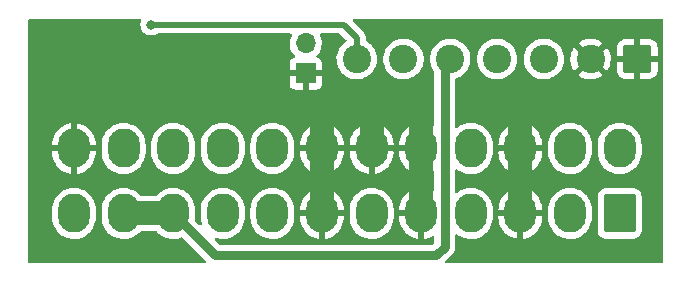
<source format=gbl>
G04 #@! TF.GenerationSoftware,KiCad,Pcbnew,(6.0.0-0)*
G04 #@! TF.CreationDate,2022-02-20T16:41:42-06:00*
G04 #@! TF.ProjectId,mactxlc,6d616374-786c-4632-9e6b-696361645f70,rev?*
G04 #@! TF.SameCoordinates,Original*
G04 #@! TF.FileFunction,Copper,L2,Bot*
G04 #@! TF.FilePolarity,Positive*
%FSLAX46Y46*%
G04 Gerber Fmt 4.6, Leading zero omitted, Abs format (unit mm)*
G04 Created by KiCad (PCBNEW (6.0.0-0)) date 2022-02-20 16:41:42*
%MOMM*%
%LPD*%
G01*
G04 APERTURE LIST*
G04 Aperture macros list*
%AMRoundRect*
0 Rectangle with rounded corners*
0 $1 Rounding radius*
0 $2 $3 $4 $5 $6 $7 $8 $9 X,Y pos of 4 corners*
0 Add a 4 corners polygon primitive as box body*
4,1,4,$2,$3,$4,$5,$6,$7,$8,$9,$2,$3,0*
0 Add four circle primitives for the rounded corners*
1,1,$1+$1,$2,$3*
1,1,$1+$1,$4,$5*
1,1,$1+$1,$6,$7*
1,1,$1+$1,$8,$9*
0 Add four rect primitives between the rounded corners*
20,1,$1+$1,$2,$3,$4,$5,0*
20,1,$1+$1,$4,$5,$6,$7,0*
20,1,$1+$1,$6,$7,$8,$9,0*
20,1,$1+$1,$8,$9,$2,$3,0*%
G04 Aperture macros list end*
G04 #@! TA.AperFunction,ComponentPad*
%ADD10RoundRect,0.250001X0.949999X0.949999X-0.949999X0.949999X-0.949999X-0.949999X0.949999X-0.949999X0*%
G04 #@! TD*
G04 #@! TA.AperFunction,ComponentPad*
%ADD11C,2.400000*%
G04 #@! TD*
G04 #@! TA.AperFunction,ComponentPad*
%ADD12RoundRect,0.251100X1.098900X1.398900X-1.098900X1.398900X-1.098900X-1.398900X1.098900X-1.398900X0*%
G04 #@! TD*
G04 #@! TA.AperFunction,ComponentPad*
%ADD13O,2.700000X3.300000*%
G04 #@! TD*
G04 #@! TA.AperFunction,ComponentPad*
%ADD14R,1.700000X1.700000*%
G04 #@! TD*
G04 #@! TA.AperFunction,ComponentPad*
%ADD15O,1.700000X1.700000*%
G04 #@! TD*
G04 #@! TA.AperFunction,ViaPad*
%ADD16C,0.800000*%
G04 #@! TD*
G04 #@! TA.AperFunction,Conductor*
%ADD17C,0.750000*%
G04 #@! TD*
G04 #@! TA.AperFunction,Conductor*
%ADD18C,0.500000*%
G04 #@! TD*
G04 #@! TA.AperFunction,Conductor*
%ADD19C,2.000000*%
G04 #@! TD*
G04 #@! TA.AperFunction,Conductor*
%ADD20C,0.250000*%
G04 #@! TD*
G04 APERTURE END LIST*
D10*
X257025000Y-51950000D03*
D11*
X253065000Y-51950000D03*
X249105000Y-51950000D03*
X245145000Y-51950000D03*
X241185000Y-51950000D03*
X237225000Y-51950000D03*
X233265000Y-51950000D03*
D12*
X255524000Y-65024000D03*
D13*
X251324000Y-65024000D03*
X247124000Y-65024000D03*
X242924000Y-65024000D03*
X238724000Y-65024000D03*
X234524000Y-65024000D03*
X230324000Y-65024000D03*
X226124000Y-65024000D03*
X221924000Y-65024000D03*
X217724000Y-65024000D03*
X213524000Y-65024000D03*
X209324000Y-65024000D03*
X255524000Y-59524000D03*
X251324000Y-59524000D03*
X247124000Y-59524000D03*
X242924000Y-59524000D03*
X238724000Y-59524000D03*
X234524000Y-59524000D03*
X230324000Y-59524000D03*
X226124000Y-59524000D03*
X221924000Y-59524000D03*
X217724000Y-59524000D03*
X213524000Y-59524000D03*
X209324000Y-59524000D03*
D14*
X228950000Y-53175000D03*
D15*
X228950000Y-50635000D03*
D16*
X215860000Y-49030000D03*
X210312000Y-53086000D03*
X217270000Y-51310000D03*
D17*
X240710000Y-67870000D02*
X240000000Y-68580000D01*
X221280000Y-68580000D02*
X217724000Y-65024000D01*
X240710000Y-52425000D02*
X240710000Y-67870000D01*
X240000000Y-68580000D02*
X221280000Y-68580000D01*
D18*
X215860000Y-49030000D02*
X232160000Y-49030000D01*
X232160000Y-49030000D02*
X233265000Y-50135000D01*
X233265000Y-50135000D02*
X233265000Y-51950000D01*
D19*
X247124000Y-61424000D02*
X247124000Y-65024000D01*
X230324000Y-59524000D02*
X230324000Y-57624000D01*
X234524000Y-59524000D02*
X234524000Y-57624000D01*
X230324000Y-59524000D02*
X230324000Y-61424000D01*
X238724000Y-59524000D02*
X238724000Y-61424000D01*
X238724000Y-61424000D02*
X238724000Y-65024000D01*
X247124000Y-59524000D02*
X247124000Y-57624000D01*
X247124000Y-59524000D02*
X247124000Y-61424000D01*
D20*
X234524000Y-57624000D02*
X234442000Y-57542000D01*
D19*
X238724000Y-59524000D02*
X238724000Y-57567000D01*
X230324000Y-61424000D02*
X230324000Y-65024000D01*
X213524000Y-65024000D02*
X217724000Y-65024000D01*
G04 #@! TA.AperFunction,Conductor*
G36*
X214960929Y-48553002D02*
G01*
X215007422Y-48606658D01*
X215017526Y-48676932D01*
X215012641Y-48697936D01*
X214966458Y-48840072D01*
X214946496Y-49030000D01*
X214966458Y-49219928D01*
X215025473Y-49401556D01*
X215120960Y-49566944D01*
X215248747Y-49708866D01*
X215347843Y-49780864D01*
X215397904Y-49817235D01*
X215403248Y-49821118D01*
X215409276Y-49823802D01*
X215409278Y-49823803D01*
X215550200Y-49886545D01*
X215577712Y-49898794D01*
X215671113Y-49918647D01*
X215758056Y-49937128D01*
X215758061Y-49937128D01*
X215764513Y-49938500D01*
X215955487Y-49938500D01*
X215961939Y-49937128D01*
X215961944Y-49937128D01*
X216048888Y-49918647D01*
X216142288Y-49898794D01*
X216169800Y-49886545D01*
X216310722Y-49823803D01*
X216310724Y-49823802D01*
X216316752Y-49821118D01*
X216322091Y-49817239D01*
X216322098Y-49817235D01*
X216328528Y-49812563D01*
X216402587Y-49788500D01*
X227647730Y-49788500D01*
X227715851Y-49808502D01*
X227762344Y-49862158D01*
X227772448Y-49932432D01*
X227762018Y-49967550D01*
X227701110Y-50098767D01*
X227670688Y-50164305D01*
X227610989Y-50379570D01*
X227587251Y-50601695D01*
X227587548Y-50606848D01*
X227587548Y-50606851D01*
X227598465Y-50796185D01*
X227600110Y-50824715D01*
X227601247Y-50829761D01*
X227601248Y-50829767D01*
X227606277Y-50852081D01*
X227649222Y-51042639D01*
X227733266Y-51249616D01*
X227735965Y-51254020D01*
X227832101Y-51410900D01*
X227849987Y-51440088D01*
X227996250Y-51608938D01*
X228000225Y-51612238D01*
X228000231Y-51612244D01*
X228005425Y-51616556D01*
X228045059Y-51675460D01*
X228046555Y-51746441D01*
X228009439Y-51806962D01*
X227969168Y-51831480D01*
X227861946Y-51871676D01*
X227846351Y-51880214D01*
X227744276Y-51956715D01*
X227731715Y-51969276D01*
X227655214Y-52071351D01*
X227646676Y-52086946D01*
X227601522Y-52207394D01*
X227597895Y-52222649D01*
X227592369Y-52273514D01*
X227592000Y-52280328D01*
X227592000Y-52902885D01*
X227596475Y-52918124D01*
X227597865Y-52919329D01*
X227605548Y-52921000D01*
X230289884Y-52921000D01*
X230305123Y-52916525D01*
X230306328Y-52915135D01*
X230307999Y-52907452D01*
X230307999Y-52280331D01*
X230307629Y-52273510D01*
X230302105Y-52222648D01*
X230298479Y-52207396D01*
X230253324Y-52086946D01*
X230244786Y-52071351D01*
X230168285Y-51969276D01*
X230155724Y-51956715D01*
X230053649Y-51880214D01*
X230038054Y-51871676D01*
X229927813Y-51830348D01*
X229871049Y-51787706D01*
X229846349Y-51721145D01*
X229861557Y-51651796D01*
X229883104Y-51623115D01*
X229984430Y-51522144D01*
X229984440Y-51522132D01*
X229988096Y-51518489D01*
X230047594Y-51435689D01*
X230115435Y-51341277D01*
X230118453Y-51337077D01*
X230180068Y-51212409D01*
X230215136Y-51141453D01*
X230215137Y-51141451D01*
X230217430Y-51136811D01*
X230272642Y-50955087D01*
X230280865Y-50928023D01*
X230280865Y-50928021D01*
X230282370Y-50923069D01*
X230311529Y-50701590D01*
X230311611Y-50698240D01*
X230313074Y-50638365D01*
X230313074Y-50638361D01*
X230313156Y-50635000D01*
X230294852Y-50412361D01*
X230240431Y-50195702D01*
X230151354Y-49990840D01*
X230146244Y-49982940D01*
X230126036Y-49914883D01*
X230145831Y-49846702D01*
X230199345Y-49800046D01*
X230252035Y-49788500D01*
X231793629Y-49788500D01*
X231861750Y-49808502D01*
X231882724Y-49825405D01*
X232369820Y-50312501D01*
X232403846Y-50374813D01*
X232398781Y-50445628D01*
X232356234Y-50502464D01*
X232349810Y-50506968D01*
X232225928Y-50588189D01*
X232225923Y-50588193D01*
X232222015Y-50590755D01*
X232032562Y-50759848D01*
X231870183Y-50955087D01*
X231738447Y-51172182D01*
X231736638Y-51176496D01*
X231736637Y-51176498D01*
X231667540Y-51341277D01*
X231640246Y-51406365D01*
X231639095Y-51410897D01*
X231639094Y-51410900D01*
X231612836Y-51514292D01*
X231577738Y-51652490D01*
X231552296Y-51905151D01*
X231552520Y-51909817D01*
X231552520Y-51909822D01*
X231555376Y-51969276D01*
X231564480Y-52158798D01*
X231614021Y-52407857D01*
X231615600Y-52412255D01*
X231615602Y-52412262D01*
X231660022Y-52535980D01*
X231699831Y-52646858D01*
X231702048Y-52650984D01*
X231817666Y-52866160D01*
X231820025Y-52870551D01*
X231822820Y-52874294D01*
X231822822Y-52874297D01*
X231969171Y-53070282D01*
X231969176Y-53070288D01*
X231971963Y-53074020D01*
X231975272Y-53077300D01*
X231975277Y-53077306D01*
X232115977Y-53216783D01*
X232152307Y-53252797D01*
X232156069Y-53255555D01*
X232156072Y-53255558D01*
X232309161Y-53367807D01*
X232357094Y-53402953D01*
X232361229Y-53405129D01*
X232361233Y-53405131D01*
X232441032Y-53447115D01*
X232581827Y-53521191D01*
X232714803Y-53567628D01*
X232815764Y-53602885D01*
X232821568Y-53604912D01*
X233071050Y-53652278D01*
X233191532Y-53657011D01*
X233320125Y-53662064D01*
X233320130Y-53662064D01*
X233324793Y-53662247D01*
X233417127Y-53652135D01*
X233572569Y-53635112D01*
X233572575Y-53635111D01*
X233577222Y-53634602D01*
X233686680Y-53605784D01*
X233818273Y-53571138D01*
X233822793Y-53569948D01*
X233979200Y-53502751D01*
X234051807Y-53471557D01*
X234051810Y-53471555D01*
X234056110Y-53469708D01*
X234060090Y-53467245D01*
X234060094Y-53467243D01*
X234268064Y-53338547D01*
X234268066Y-53338545D01*
X234272047Y-53336082D01*
X234370428Y-53252797D01*
X234462289Y-53175031D01*
X234462291Y-53175029D01*
X234465862Y-53172006D01*
X234633295Y-52981084D01*
X234647686Y-52958712D01*
X234768141Y-52771442D01*
X234770669Y-52767512D01*
X234874967Y-52535980D01*
X234876288Y-52531298D01*
X234909859Y-52412262D01*
X234943896Y-52291575D01*
X234961390Y-52154064D01*
X234975545Y-52042798D01*
X234975545Y-52042792D01*
X234975943Y-52039667D01*
X234976027Y-52036483D01*
X234977810Y-51968368D01*
X234978291Y-51950000D01*
X234974958Y-51905151D01*
X235512296Y-51905151D01*
X235512520Y-51909817D01*
X235512520Y-51909822D01*
X235515376Y-51969276D01*
X235524480Y-52158798D01*
X235574021Y-52407857D01*
X235575600Y-52412255D01*
X235575602Y-52412262D01*
X235620022Y-52535980D01*
X235659831Y-52646858D01*
X235662048Y-52650984D01*
X235777666Y-52866160D01*
X235780025Y-52870551D01*
X235782820Y-52874294D01*
X235782822Y-52874297D01*
X235929171Y-53070282D01*
X235929176Y-53070288D01*
X235931963Y-53074020D01*
X235935272Y-53077300D01*
X235935277Y-53077306D01*
X236075977Y-53216783D01*
X236112307Y-53252797D01*
X236116069Y-53255555D01*
X236116072Y-53255558D01*
X236269161Y-53367807D01*
X236317094Y-53402953D01*
X236321229Y-53405129D01*
X236321233Y-53405131D01*
X236401032Y-53447115D01*
X236541827Y-53521191D01*
X236674803Y-53567628D01*
X236775764Y-53602885D01*
X236781568Y-53604912D01*
X237031050Y-53652278D01*
X237151532Y-53657011D01*
X237280125Y-53662064D01*
X237280130Y-53662064D01*
X237284793Y-53662247D01*
X237377127Y-53652135D01*
X237532569Y-53635112D01*
X237532575Y-53635111D01*
X237537222Y-53634602D01*
X237646680Y-53605784D01*
X237778273Y-53571138D01*
X237782793Y-53569948D01*
X237939200Y-53502751D01*
X238011807Y-53471557D01*
X238011810Y-53471555D01*
X238016110Y-53469708D01*
X238020090Y-53467245D01*
X238020094Y-53467243D01*
X238228064Y-53338547D01*
X238228066Y-53338545D01*
X238232047Y-53336082D01*
X238330428Y-53252797D01*
X238422289Y-53175031D01*
X238422291Y-53175029D01*
X238425862Y-53172006D01*
X238593295Y-52981084D01*
X238607686Y-52958712D01*
X238728141Y-52771442D01*
X238730669Y-52767512D01*
X238834967Y-52535980D01*
X238836288Y-52531298D01*
X238869859Y-52412262D01*
X238903896Y-52291575D01*
X238921390Y-52154064D01*
X238935545Y-52042798D01*
X238935545Y-52042792D01*
X238935943Y-52039667D01*
X238936027Y-52036483D01*
X238937810Y-51968368D01*
X238938291Y-51950000D01*
X238931925Y-51864338D01*
X238919818Y-51701411D01*
X238919817Y-51701407D01*
X238919472Y-51696759D01*
X238917974Y-51690135D01*
X238864459Y-51453639D01*
X238863428Y-51449082D01*
X238861448Y-51443990D01*
X238773084Y-51216762D01*
X238773083Y-51216760D01*
X238771391Y-51212409D01*
X238750866Y-51176498D01*
X238647702Y-50995997D01*
X238647700Y-50995995D01*
X238645383Y-50991940D01*
X238488171Y-50792517D01*
X238371981Y-50683217D01*
X238306610Y-50621722D01*
X238306608Y-50621720D01*
X238303209Y-50618523D01*
X238254443Y-50584693D01*
X238098393Y-50476437D01*
X238098390Y-50476435D01*
X238094561Y-50473779D01*
X238090384Y-50471719D01*
X238090377Y-50471715D01*
X237870996Y-50363528D01*
X237870992Y-50363527D01*
X237866810Y-50361464D01*
X237624960Y-50284047D01*
X237620355Y-50283297D01*
X237378935Y-50243980D01*
X237378934Y-50243980D01*
X237374323Y-50243229D01*
X237247364Y-50241567D01*
X237125083Y-50239966D01*
X237125080Y-50239966D01*
X237120406Y-50239905D01*
X236868787Y-50274149D01*
X236864301Y-50275457D01*
X236864299Y-50275457D01*
X236837401Y-50283297D01*
X236624993Y-50345208D01*
X236620740Y-50347168D01*
X236620739Y-50347169D01*
X236592818Y-50360041D01*
X236394380Y-50451522D01*
X236390471Y-50454085D01*
X236185928Y-50588189D01*
X236185923Y-50588193D01*
X236182015Y-50590755D01*
X235992562Y-50759848D01*
X235830183Y-50955087D01*
X235698447Y-51172182D01*
X235696638Y-51176496D01*
X235696637Y-51176498D01*
X235627540Y-51341277D01*
X235600246Y-51406365D01*
X235599095Y-51410897D01*
X235599094Y-51410900D01*
X235572836Y-51514292D01*
X235537738Y-51652490D01*
X235512296Y-51905151D01*
X234974958Y-51905151D01*
X234971925Y-51864338D01*
X234959818Y-51701411D01*
X234959817Y-51701407D01*
X234959472Y-51696759D01*
X234957974Y-51690135D01*
X234904459Y-51453639D01*
X234903428Y-51449082D01*
X234901448Y-51443990D01*
X234813084Y-51216762D01*
X234813083Y-51216760D01*
X234811391Y-51212409D01*
X234790866Y-51176498D01*
X234687702Y-50995997D01*
X234687700Y-50995995D01*
X234685383Y-50991940D01*
X234528171Y-50792517D01*
X234411981Y-50683217D01*
X234346610Y-50621722D01*
X234346608Y-50621720D01*
X234343209Y-50618523D01*
X234294443Y-50584693D01*
X234138393Y-50476437D01*
X234138390Y-50476435D01*
X234134561Y-50473779D01*
X234130376Y-50471715D01*
X234130371Y-50471712D01*
X234093770Y-50453662D01*
X234041522Y-50405593D01*
X234023500Y-50340657D01*
X234023500Y-50202070D01*
X234024933Y-50183120D01*
X234027099Y-50168885D01*
X234027099Y-50168881D01*
X234028199Y-50161651D01*
X234023915Y-50108982D01*
X234023500Y-50098767D01*
X234023500Y-50090707D01*
X234020211Y-50062493D01*
X234019778Y-50058118D01*
X234014454Y-49992661D01*
X234014453Y-49992658D01*
X234013860Y-49985363D01*
X234011604Y-49978399D01*
X234010413Y-49972440D01*
X234009029Y-49966585D01*
X234008182Y-49959319D01*
X233983265Y-49890673D01*
X233981848Y-49886545D01*
X233961607Y-49824064D01*
X233961606Y-49824062D01*
X233959351Y-49817101D01*
X233955555Y-49810846D01*
X233953049Y-49805372D01*
X233950330Y-49799942D01*
X233947833Y-49793063D01*
X233907814Y-49732024D01*
X233905467Y-49728305D01*
X233867595Y-49665893D01*
X233860197Y-49657516D01*
X233860224Y-49657492D01*
X233857571Y-49654500D01*
X233854868Y-49651267D01*
X233850856Y-49645148D01*
X233794617Y-49591872D01*
X233792175Y-49589494D01*
X232950776Y-48748095D01*
X232916750Y-48685783D01*
X232921815Y-48614968D01*
X232964362Y-48558132D01*
X233030882Y-48533321D01*
X233039871Y-48533000D01*
X259103800Y-48533000D01*
X259171921Y-48553002D01*
X259218414Y-48606658D01*
X259229800Y-48659000D01*
X259229800Y-69136000D01*
X259209798Y-69204121D01*
X259156142Y-69250614D01*
X259103800Y-69262000D01*
X240871647Y-69262000D01*
X240803526Y-69241998D01*
X240757033Y-69188342D01*
X240746929Y-69118068D01*
X240776423Y-69053488D01*
X240782552Y-69046905D01*
X241278542Y-68550915D01*
X241293577Y-68538074D01*
X241299084Y-68534073D01*
X241299090Y-68534068D01*
X241304434Y-68530185D01*
X241348895Y-68480806D01*
X241353436Y-68476021D01*
X241367472Y-68461985D01*
X241379969Y-68446553D01*
X241384253Y-68441538D01*
X241424283Y-68397080D01*
X241424287Y-68397075D01*
X241428704Y-68392169D01*
X241435412Y-68380551D01*
X241446607Y-68364263D01*
X241450890Y-68358974D01*
X241450891Y-68358973D01*
X241455048Y-68353839D01*
X241485214Y-68294634D01*
X241488337Y-68288881D01*
X241521564Y-68231331D01*
X241523606Y-68225047D01*
X241523608Y-68225042D01*
X241525708Y-68218579D01*
X241533272Y-68200317D01*
X241536363Y-68194251D01*
X241536366Y-68194242D01*
X241539362Y-68188363D01*
X241556556Y-68124196D01*
X241558422Y-68117894D01*
X241578954Y-68054702D01*
X241580355Y-68041372D01*
X241583958Y-68021929D01*
X241587430Y-68008971D01*
X241590907Y-67942628D01*
X241591424Y-67936059D01*
X241593156Y-67919577D01*
X241593500Y-67916306D01*
X241593500Y-67896445D01*
X241593673Y-67889850D01*
X241596805Y-67830098D01*
X241596805Y-67830094D01*
X241597150Y-67823507D01*
X241595051Y-67810253D01*
X241593500Y-67790544D01*
X241593500Y-66901913D01*
X241613502Y-66833792D01*
X241667158Y-66787299D01*
X241737432Y-66777195D01*
X241793651Y-66800041D01*
X241939270Y-66906034D01*
X241976305Y-66925519D01*
X242173921Y-67029490D01*
X242173927Y-67029493D01*
X242177961Y-67031615D01*
X242182266Y-67033135D01*
X242182270Y-67033137D01*
X242427967Y-67119902D01*
X242432280Y-67121425D01*
X242560032Y-67146605D01*
X242692428Y-67172700D01*
X242692434Y-67172701D01*
X242696900Y-67173581D01*
X242701453Y-67173808D01*
X242701456Y-67173808D01*
X242961708Y-67186764D01*
X242961714Y-67186764D01*
X242966277Y-67186991D01*
X243234769Y-67161375D01*
X243239203Y-67160290D01*
X243239209Y-67160289D01*
X243492312Y-67098355D01*
X243496750Y-67097269D01*
X243746733Y-66996015D01*
X243979482Y-66859735D01*
X244190119Y-66691284D01*
X244374234Y-66494191D01*
X244527968Y-66272584D01*
X244648101Y-66031106D01*
X244649523Y-66026769D01*
X244730698Y-65779147D01*
X244730699Y-65779141D01*
X244732118Y-65774814D01*
X244760546Y-65611087D01*
X244777601Y-65512860D01*
X244777602Y-65512852D01*
X244778257Y-65509079D01*
X244782500Y-65423851D01*
X244782500Y-65390206D01*
X245266000Y-65390206D01*
X245266165Y-65394777D01*
X245280213Y-65588380D01*
X245281527Y-65597389D01*
X245337689Y-65851769D01*
X245340292Y-65860499D01*
X245432586Y-66104107D01*
X245436421Y-66112368D01*
X245562915Y-66340101D01*
X245567905Y-66347726D01*
X245725946Y-66554809D01*
X245731986Y-66561636D01*
X245918264Y-66743735D01*
X245925226Y-66749618D01*
X246135843Y-66902922D01*
X246143573Y-66907733D01*
X246374122Y-67029031D01*
X246382472Y-67032678D01*
X246628099Y-67119419D01*
X246636894Y-67121825D01*
X246852225Y-67164267D01*
X246865137Y-67163088D01*
X246869939Y-67148174D01*
X247378000Y-67148174D01*
X247382251Y-67162651D01*
X247394512Y-67164714D01*
X247430133Y-67161315D01*
X247439125Y-67159795D01*
X247692158Y-67097878D01*
X247700827Y-67095078D01*
X247942282Y-66997278D01*
X247950455Y-66993256D01*
X248175253Y-66861632D01*
X248182765Y-66856469D01*
X248386213Y-66693769D01*
X248392896Y-66687580D01*
X248570733Y-66497206D01*
X248576443Y-66490129D01*
X248724934Y-66276082D01*
X248729571Y-66268241D01*
X248845604Y-66035003D01*
X248849060Y-66026578D01*
X248930212Y-65779026D01*
X248932412Y-65770201D01*
X248977103Y-65512811D01*
X248977950Y-65505193D01*
X248981922Y-65425408D01*
X248982000Y-65422267D01*
X248982000Y-65392512D01*
X249465500Y-65392512D01*
X249465664Y-65394777D01*
X249465665Y-65394792D01*
X249467888Y-65425422D01*
X249480047Y-65593004D01*
X249481031Y-65597459D01*
X249481031Y-65597462D01*
X249537178Y-65851769D01*
X249538194Y-65856372D01*
X249584385Y-65978291D01*
X249605944Y-66035194D01*
X249633750Y-66108588D01*
X249764714Y-66344368D01*
X249767486Y-66348000D01*
X249881608Y-66497535D01*
X249928343Y-66558773D01*
X249931609Y-66561966D01*
X249931611Y-66561968D01*
X249956021Y-66585830D01*
X250121208Y-66747312D01*
X250339270Y-66906034D01*
X250376305Y-66925519D01*
X250573921Y-67029490D01*
X250573927Y-67029493D01*
X250577961Y-67031615D01*
X250582266Y-67033135D01*
X250582270Y-67033137D01*
X250827967Y-67119902D01*
X250832280Y-67121425D01*
X250960032Y-67146605D01*
X251092428Y-67172700D01*
X251092434Y-67172701D01*
X251096900Y-67173581D01*
X251101453Y-67173808D01*
X251101456Y-67173808D01*
X251361708Y-67186764D01*
X251361714Y-67186764D01*
X251366277Y-67186991D01*
X251634769Y-67161375D01*
X251639203Y-67160290D01*
X251639209Y-67160289D01*
X251892312Y-67098355D01*
X251896750Y-67097269D01*
X252146733Y-66996015D01*
X252379482Y-66859735D01*
X252590119Y-66691284D01*
X252774234Y-66494191D01*
X252927968Y-66272584D01*
X253048101Y-66031106D01*
X253049523Y-66026769D01*
X253130698Y-65779147D01*
X253130699Y-65779141D01*
X253132118Y-65774814D01*
X253160546Y-65611087D01*
X253177601Y-65512860D01*
X253177602Y-65512852D01*
X253178257Y-65509079D01*
X253182500Y-65423851D01*
X253182500Y-64655488D01*
X253180114Y-64622592D01*
X253172823Y-64522116D01*
X253167953Y-64454996D01*
X253128831Y-64277799D01*
X253110791Y-64196088D01*
X253110790Y-64196084D01*
X253109806Y-64191628D01*
X253045321Y-64021422D01*
X253015868Y-63943682D01*
X253015867Y-63943679D01*
X253014250Y-63939412D01*
X252883286Y-63703632D01*
X252784836Y-63574631D01*
X253665500Y-63574631D01*
X253665501Y-66473368D01*
X253676491Y-66579293D01*
X253732547Y-66747315D01*
X253825754Y-66897936D01*
X253830936Y-66903109D01*
X253945930Y-67017903D01*
X253945935Y-67017907D01*
X253951111Y-67023074D01*
X253957341Y-67026914D01*
X253957342Y-67026915D01*
X254094722Y-67111597D01*
X254101894Y-67116018D01*
X254270014Y-67171781D01*
X254276851Y-67172481D01*
X254276853Y-67172482D01*
X254319922Y-67176895D01*
X254374631Y-67182500D01*
X255515136Y-67182500D01*
X256673368Y-67182499D01*
X256676612Y-67182162D01*
X256676620Y-67182162D01*
X256722904Y-67177359D01*
X256779293Y-67171509D01*
X256947315Y-67115453D01*
X257097936Y-67022246D01*
X257122411Y-66997728D01*
X257217903Y-66902070D01*
X257217907Y-66902065D01*
X257223074Y-66896889D01*
X257290626Y-66787299D01*
X257312178Y-66752336D01*
X257312179Y-66752334D01*
X257316018Y-66746106D01*
X257371781Y-66577986D01*
X257382500Y-66473369D01*
X257382499Y-63574632D01*
X257371509Y-63468707D01*
X257315453Y-63300685D01*
X257222246Y-63150064D01*
X257212008Y-63139844D01*
X257102070Y-63030097D01*
X257102065Y-63030093D01*
X257096889Y-63024926D01*
X257087225Y-63018969D01*
X256952336Y-62935822D01*
X256952334Y-62935821D01*
X256946106Y-62931982D01*
X256777986Y-62876219D01*
X256771149Y-62875519D01*
X256771147Y-62875518D01*
X256728078Y-62871105D01*
X256673369Y-62865500D01*
X255532864Y-62865500D01*
X254374632Y-62865501D01*
X254371388Y-62865838D01*
X254371380Y-62865838D01*
X254325096Y-62870641D01*
X254268707Y-62876491D01*
X254100685Y-62932547D01*
X253950064Y-63025754D01*
X253944891Y-63030936D01*
X253830097Y-63145930D01*
X253830093Y-63145935D01*
X253824926Y-63151111D01*
X253821086Y-63157341D01*
X253821085Y-63157342D01*
X253750762Y-63271428D01*
X253731982Y-63301894D01*
X253676219Y-63470014D01*
X253665500Y-63574631D01*
X252784836Y-63574631D01*
X252772045Y-63557871D01*
X252722429Y-63492859D01*
X252722428Y-63492858D01*
X252719657Y-63489227D01*
X252705629Y-63475513D01*
X252623225Y-63394958D01*
X252526792Y-63300688D01*
X252308730Y-63141966D01*
X252142948Y-63054744D01*
X252074079Y-63018510D01*
X252074073Y-63018507D01*
X252070039Y-63016385D01*
X252065734Y-63014865D01*
X252065730Y-63014863D01*
X251820033Y-62928098D01*
X251820032Y-62928098D01*
X251815720Y-62926575D01*
X251680006Y-62899826D01*
X251555572Y-62875300D01*
X251555566Y-62875299D01*
X251551100Y-62874419D01*
X251546547Y-62874192D01*
X251546544Y-62874192D01*
X251286292Y-62861236D01*
X251286286Y-62861236D01*
X251281723Y-62861009D01*
X251013231Y-62886625D01*
X251008797Y-62887710D01*
X251008791Y-62887711D01*
X250835035Y-62930229D01*
X250751250Y-62950731D01*
X250501267Y-63051985D01*
X250268518Y-63188265D01*
X250057881Y-63356716D01*
X249873766Y-63553809D01*
X249720032Y-63775416D01*
X249599899Y-64016894D01*
X249598478Y-64021228D01*
X249598477Y-64021231D01*
X249598415Y-64021422D01*
X249515882Y-64273186D01*
X249515102Y-64277677D01*
X249515102Y-64277678D01*
X249483525Y-64459547D01*
X249469743Y-64538921D01*
X249465500Y-64624149D01*
X249465500Y-65392512D01*
X248982000Y-65392512D01*
X248982000Y-65296115D01*
X248977525Y-65280876D01*
X248976135Y-65279671D01*
X248968452Y-65278000D01*
X247396115Y-65278000D01*
X247380876Y-65282475D01*
X247379671Y-65283865D01*
X247378000Y-65291548D01*
X247378000Y-67148174D01*
X246869939Y-67148174D01*
X246870000Y-67147985D01*
X246870000Y-65296115D01*
X246865525Y-65280876D01*
X246864135Y-65279671D01*
X246856452Y-65278000D01*
X245284115Y-65278000D01*
X245268876Y-65282475D01*
X245267671Y-65283865D01*
X245266000Y-65291548D01*
X245266000Y-65390206D01*
X244782500Y-65390206D01*
X244782500Y-64751885D01*
X245266000Y-64751885D01*
X245270475Y-64767124D01*
X245271865Y-64768329D01*
X245279548Y-64770000D01*
X246851885Y-64770000D01*
X246867124Y-64765525D01*
X246868329Y-64764135D01*
X246870000Y-64756452D01*
X246870000Y-64751885D01*
X247378000Y-64751885D01*
X247382475Y-64767124D01*
X247383865Y-64768329D01*
X247391548Y-64770000D01*
X248963885Y-64770000D01*
X248979124Y-64765525D01*
X248980329Y-64764135D01*
X248982000Y-64756452D01*
X248982000Y-64657794D01*
X248981835Y-64653223D01*
X248967787Y-64459620D01*
X248966473Y-64450611D01*
X248910311Y-64196231D01*
X248907708Y-64187501D01*
X248815414Y-63943893D01*
X248811579Y-63935632D01*
X248685085Y-63707899D01*
X248680095Y-63700274D01*
X248522054Y-63493191D01*
X248516014Y-63486364D01*
X248329736Y-63304265D01*
X248322774Y-63298382D01*
X248112157Y-63145078D01*
X248104427Y-63140267D01*
X247873878Y-63018969D01*
X247865528Y-63015322D01*
X247619901Y-62928581D01*
X247611106Y-62926175D01*
X247395775Y-62883733D01*
X247382863Y-62884912D01*
X247378000Y-62900015D01*
X247378000Y-64751885D01*
X246870000Y-64751885D01*
X246870000Y-62899826D01*
X246865749Y-62885349D01*
X246853488Y-62883286D01*
X246817867Y-62886685D01*
X246808875Y-62888205D01*
X246555842Y-62950122D01*
X246547173Y-62952922D01*
X246305718Y-63050722D01*
X246297545Y-63054744D01*
X246072747Y-63186368D01*
X246065235Y-63191531D01*
X245861787Y-63354231D01*
X245855104Y-63360420D01*
X245677267Y-63550794D01*
X245671557Y-63557871D01*
X245523066Y-63771918D01*
X245518429Y-63779759D01*
X245402396Y-64012997D01*
X245398940Y-64021422D01*
X245317788Y-64268974D01*
X245315588Y-64277799D01*
X245270897Y-64535189D01*
X245270050Y-64542807D01*
X245266078Y-64622592D01*
X245266000Y-64625733D01*
X245266000Y-64751885D01*
X244782500Y-64751885D01*
X244782500Y-64655488D01*
X244780114Y-64622592D01*
X244772823Y-64522116D01*
X244767953Y-64454996D01*
X244728831Y-64277799D01*
X244710791Y-64196088D01*
X244710790Y-64196084D01*
X244709806Y-64191628D01*
X244645321Y-64021422D01*
X244615868Y-63943682D01*
X244615867Y-63943679D01*
X244614250Y-63939412D01*
X244483286Y-63703632D01*
X244372045Y-63557871D01*
X244322429Y-63492859D01*
X244322428Y-63492858D01*
X244319657Y-63489227D01*
X244305629Y-63475513D01*
X244223225Y-63394958D01*
X244126792Y-63300688D01*
X243908730Y-63141966D01*
X243742948Y-63054744D01*
X243674079Y-63018510D01*
X243674073Y-63018507D01*
X243670039Y-63016385D01*
X243665734Y-63014865D01*
X243665730Y-63014863D01*
X243420033Y-62928098D01*
X243420032Y-62928098D01*
X243415720Y-62926575D01*
X243280006Y-62899826D01*
X243155572Y-62875300D01*
X243155566Y-62875299D01*
X243151100Y-62874419D01*
X243146547Y-62874192D01*
X243146544Y-62874192D01*
X242886292Y-62861236D01*
X242886286Y-62861236D01*
X242881723Y-62861009D01*
X242613231Y-62886625D01*
X242608797Y-62887710D01*
X242608791Y-62887711D01*
X242435035Y-62930229D01*
X242351250Y-62950731D01*
X242101267Y-63051985D01*
X241868518Y-63188265D01*
X241864956Y-63191113D01*
X241864951Y-63191117D01*
X241798195Y-63244504D01*
X241732502Y-63271428D01*
X241662681Y-63258562D01*
X241610899Y-63209991D01*
X241593500Y-63146101D01*
X241593500Y-61401913D01*
X241613502Y-61333792D01*
X241667158Y-61287299D01*
X241737432Y-61277195D01*
X241793651Y-61300041D01*
X241939270Y-61406034D01*
X241976305Y-61425519D01*
X242173921Y-61529490D01*
X242173927Y-61529493D01*
X242177961Y-61531615D01*
X242182266Y-61533135D01*
X242182270Y-61533137D01*
X242427967Y-61619902D01*
X242432280Y-61621425D01*
X242560032Y-61646605D01*
X242692428Y-61672700D01*
X242692434Y-61672701D01*
X242696900Y-61673581D01*
X242701453Y-61673808D01*
X242701456Y-61673808D01*
X242961708Y-61686764D01*
X242961714Y-61686764D01*
X242966277Y-61686991D01*
X243234769Y-61661375D01*
X243239203Y-61660290D01*
X243239209Y-61660289D01*
X243492312Y-61598355D01*
X243496750Y-61597269D01*
X243746733Y-61496015D01*
X243979482Y-61359735D01*
X244190119Y-61191284D01*
X244374234Y-60994191D01*
X244527968Y-60772584D01*
X244648101Y-60531106D01*
X244649523Y-60526769D01*
X244730698Y-60279147D01*
X244730699Y-60279141D01*
X244732118Y-60274814D01*
X244732919Y-60270201D01*
X244777601Y-60012860D01*
X244777602Y-60012852D01*
X244778257Y-60009079D01*
X244782500Y-59923851D01*
X244782500Y-59890206D01*
X245266000Y-59890206D01*
X245266165Y-59894777D01*
X245280213Y-60088380D01*
X245281527Y-60097389D01*
X245337689Y-60351769D01*
X245340292Y-60360499D01*
X245432586Y-60604107D01*
X245436421Y-60612368D01*
X245562915Y-60840101D01*
X245567905Y-60847726D01*
X245725946Y-61054809D01*
X245731986Y-61061636D01*
X245918264Y-61243735D01*
X245925226Y-61249618D01*
X246135843Y-61402922D01*
X246143573Y-61407733D01*
X246374122Y-61529031D01*
X246382472Y-61532678D01*
X246628099Y-61619419D01*
X246636894Y-61621825D01*
X246852225Y-61664267D01*
X246865137Y-61663088D01*
X246869939Y-61648174D01*
X247378000Y-61648174D01*
X247382251Y-61662651D01*
X247394512Y-61664714D01*
X247430133Y-61661315D01*
X247439125Y-61659795D01*
X247692158Y-61597878D01*
X247700827Y-61595078D01*
X247942282Y-61497278D01*
X247950455Y-61493256D01*
X248175253Y-61361632D01*
X248182765Y-61356469D01*
X248386213Y-61193769D01*
X248392896Y-61187580D01*
X248570733Y-60997206D01*
X248576443Y-60990129D01*
X248724934Y-60776082D01*
X248729571Y-60768241D01*
X248845604Y-60535003D01*
X248849060Y-60526578D01*
X248930212Y-60279026D01*
X248932412Y-60270201D01*
X248977103Y-60012811D01*
X248977950Y-60005193D01*
X248981922Y-59925408D01*
X248982000Y-59922267D01*
X248982000Y-59892512D01*
X249465500Y-59892512D01*
X249465664Y-59894777D01*
X249465665Y-59894792D01*
X249467888Y-59925422D01*
X249480047Y-60093004D01*
X249481031Y-60097459D01*
X249481031Y-60097462D01*
X249537178Y-60351769D01*
X249538194Y-60356372D01*
X249539812Y-60360642D01*
X249605944Y-60535194D01*
X249633750Y-60608588D01*
X249764714Y-60844368D01*
X249767486Y-60848000D01*
X249881608Y-60997535D01*
X249928343Y-61058773D01*
X250121208Y-61247312D01*
X250339270Y-61406034D01*
X250376305Y-61425519D01*
X250573921Y-61529490D01*
X250573927Y-61529493D01*
X250577961Y-61531615D01*
X250582266Y-61533135D01*
X250582270Y-61533137D01*
X250827967Y-61619902D01*
X250832280Y-61621425D01*
X250960032Y-61646605D01*
X251092428Y-61672700D01*
X251092434Y-61672701D01*
X251096900Y-61673581D01*
X251101453Y-61673808D01*
X251101456Y-61673808D01*
X251361708Y-61686764D01*
X251361714Y-61686764D01*
X251366277Y-61686991D01*
X251634769Y-61661375D01*
X251639203Y-61660290D01*
X251639209Y-61660289D01*
X251892312Y-61598355D01*
X251896750Y-61597269D01*
X252146733Y-61496015D01*
X252379482Y-61359735D01*
X252590119Y-61191284D01*
X252774234Y-60994191D01*
X252927968Y-60772584D01*
X253048101Y-60531106D01*
X253049523Y-60526769D01*
X253130698Y-60279147D01*
X253130699Y-60279141D01*
X253132118Y-60274814D01*
X253132919Y-60270201D01*
X253177601Y-60012860D01*
X253177602Y-60012852D01*
X253178257Y-60009079D01*
X253182500Y-59923851D01*
X253182500Y-59892512D01*
X253665500Y-59892512D01*
X253665664Y-59894777D01*
X253665665Y-59894792D01*
X253667888Y-59925422D01*
X253680047Y-60093004D01*
X253681031Y-60097459D01*
X253681031Y-60097462D01*
X253737178Y-60351769D01*
X253738194Y-60356372D01*
X253739812Y-60360642D01*
X253805944Y-60535194D01*
X253833750Y-60608588D01*
X253964714Y-60844368D01*
X253967486Y-60848000D01*
X254081608Y-60997535D01*
X254128343Y-61058773D01*
X254321208Y-61247312D01*
X254539270Y-61406034D01*
X254576305Y-61425519D01*
X254773921Y-61529490D01*
X254773927Y-61529493D01*
X254777961Y-61531615D01*
X254782266Y-61533135D01*
X254782270Y-61533137D01*
X255027967Y-61619902D01*
X255032280Y-61621425D01*
X255160032Y-61646605D01*
X255292428Y-61672700D01*
X255292434Y-61672701D01*
X255296900Y-61673581D01*
X255301453Y-61673808D01*
X255301456Y-61673808D01*
X255561708Y-61686764D01*
X255561714Y-61686764D01*
X255566277Y-61686991D01*
X255834769Y-61661375D01*
X255839203Y-61660290D01*
X255839209Y-61660289D01*
X256092312Y-61598355D01*
X256096750Y-61597269D01*
X256346733Y-61496015D01*
X256579482Y-61359735D01*
X256790119Y-61191284D01*
X256974234Y-60994191D01*
X257127968Y-60772584D01*
X257248101Y-60531106D01*
X257249523Y-60526769D01*
X257330698Y-60279147D01*
X257330699Y-60279141D01*
X257332118Y-60274814D01*
X257332919Y-60270201D01*
X257377601Y-60012860D01*
X257377602Y-60012852D01*
X257378257Y-60009079D01*
X257382500Y-59923851D01*
X257382500Y-59155488D01*
X257380114Y-59122592D01*
X257372823Y-59022116D01*
X257367953Y-58954996D01*
X257328831Y-58777799D01*
X257310791Y-58696088D01*
X257310790Y-58696084D01*
X257309806Y-58691628D01*
X257245321Y-58521422D01*
X257215868Y-58443682D01*
X257215867Y-58443679D01*
X257214250Y-58439412D01*
X257083286Y-58203632D01*
X256972045Y-58057871D01*
X256922429Y-57992859D01*
X256922428Y-57992858D01*
X256919657Y-57989227D01*
X256726792Y-57800688D01*
X256508730Y-57641966D01*
X256342948Y-57554744D01*
X256274079Y-57518510D01*
X256274073Y-57518507D01*
X256270039Y-57516385D01*
X256265734Y-57514865D01*
X256265730Y-57514863D01*
X256020033Y-57428098D01*
X256020032Y-57428098D01*
X256015720Y-57426575D01*
X255880006Y-57399826D01*
X255755572Y-57375300D01*
X255755566Y-57375299D01*
X255751100Y-57374419D01*
X255746547Y-57374192D01*
X255746544Y-57374192D01*
X255486292Y-57361236D01*
X255486286Y-57361236D01*
X255481723Y-57361009D01*
X255213231Y-57386625D01*
X255208797Y-57387710D01*
X255208791Y-57387711D01*
X254955688Y-57449645D01*
X254951250Y-57450731D01*
X254701267Y-57551985D01*
X254468518Y-57688265D01*
X254257881Y-57856716D01*
X254073766Y-58053809D01*
X253920032Y-58275416D01*
X253799899Y-58516894D01*
X253798478Y-58521228D01*
X253798477Y-58521231D01*
X253798415Y-58521422D01*
X253715882Y-58773186D01*
X253715102Y-58777677D01*
X253715102Y-58777678D01*
X253683525Y-58959547D01*
X253669743Y-59038921D01*
X253665500Y-59124149D01*
X253665500Y-59892512D01*
X253182500Y-59892512D01*
X253182500Y-59155488D01*
X253180114Y-59122592D01*
X253172823Y-59022116D01*
X253167953Y-58954996D01*
X253128831Y-58777799D01*
X253110791Y-58696088D01*
X253110790Y-58696084D01*
X253109806Y-58691628D01*
X253045321Y-58521422D01*
X253015868Y-58443682D01*
X253015867Y-58443679D01*
X253014250Y-58439412D01*
X252883286Y-58203632D01*
X252772045Y-58057871D01*
X252722429Y-57992859D01*
X252722428Y-57992858D01*
X252719657Y-57989227D01*
X252526792Y-57800688D01*
X252308730Y-57641966D01*
X252142948Y-57554744D01*
X252074079Y-57518510D01*
X252074073Y-57518507D01*
X252070039Y-57516385D01*
X252065734Y-57514865D01*
X252065730Y-57514863D01*
X251820033Y-57428098D01*
X251820032Y-57428098D01*
X251815720Y-57426575D01*
X251680006Y-57399826D01*
X251555572Y-57375300D01*
X251555566Y-57375299D01*
X251551100Y-57374419D01*
X251546547Y-57374192D01*
X251546544Y-57374192D01*
X251286292Y-57361236D01*
X251286286Y-57361236D01*
X251281723Y-57361009D01*
X251013231Y-57386625D01*
X251008797Y-57387710D01*
X251008791Y-57387711D01*
X250755688Y-57449645D01*
X250751250Y-57450731D01*
X250501267Y-57551985D01*
X250268518Y-57688265D01*
X250057881Y-57856716D01*
X249873766Y-58053809D01*
X249720032Y-58275416D01*
X249599899Y-58516894D01*
X249598478Y-58521228D01*
X249598477Y-58521231D01*
X249598415Y-58521422D01*
X249515882Y-58773186D01*
X249515102Y-58777677D01*
X249515102Y-58777678D01*
X249483525Y-58959547D01*
X249469743Y-59038921D01*
X249465500Y-59124149D01*
X249465500Y-59892512D01*
X248982000Y-59892512D01*
X248982000Y-59796115D01*
X248977525Y-59780876D01*
X248976135Y-59779671D01*
X248968452Y-59778000D01*
X247396115Y-59778000D01*
X247380876Y-59782475D01*
X247379671Y-59783865D01*
X247378000Y-59791548D01*
X247378000Y-61648174D01*
X246869939Y-61648174D01*
X246870000Y-61647985D01*
X246870000Y-59796115D01*
X246865525Y-59780876D01*
X246864135Y-59779671D01*
X246856452Y-59778000D01*
X245284115Y-59778000D01*
X245268876Y-59782475D01*
X245267671Y-59783865D01*
X245266000Y-59791548D01*
X245266000Y-59890206D01*
X244782500Y-59890206D01*
X244782500Y-59251885D01*
X245266000Y-59251885D01*
X245270475Y-59267124D01*
X245271865Y-59268329D01*
X245279548Y-59270000D01*
X246851885Y-59270000D01*
X246867124Y-59265525D01*
X246868329Y-59264135D01*
X246870000Y-59256452D01*
X246870000Y-59251885D01*
X247378000Y-59251885D01*
X247382475Y-59267124D01*
X247383865Y-59268329D01*
X247391548Y-59270000D01*
X248963885Y-59270000D01*
X248979124Y-59265525D01*
X248980329Y-59264135D01*
X248982000Y-59256452D01*
X248982000Y-59157794D01*
X248981835Y-59153223D01*
X248967787Y-58959620D01*
X248966473Y-58950611D01*
X248910311Y-58696231D01*
X248907708Y-58687501D01*
X248815414Y-58443893D01*
X248811579Y-58435632D01*
X248685085Y-58207899D01*
X248680095Y-58200274D01*
X248522054Y-57993191D01*
X248516014Y-57986364D01*
X248329736Y-57804265D01*
X248322774Y-57798382D01*
X248112157Y-57645078D01*
X248104427Y-57640267D01*
X247873878Y-57518969D01*
X247865528Y-57515322D01*
X247619901Y-57428581D01*
X247611106Y-57426175D01*
X247395775Y-57383733D01*
X247382863Y-57384912D01*
X247378000Y-57400015D01*
X247378000Y-59251885D01*
X246870000Y-59251885D01*
X246870000Y-57399826D01*
X246865749Y-57385349D01*
X246853488Y-57383286D01*
X246817867Y-57386685D01*
X246808875Y-57388205D01*
X246555842Y-57450122D01*
X246547173Y-57452922D01*
X246305718Y-57550722D01*
X246297545Y-57554744D01*
X246072747Y-57686368D01*
X246065235Y-57691531D01*
X245861787Y-57854231D01*
X245855104Y-57860420D01*
X245677267Y-58050794D01*
X245671557Y-58057871D01*
X245523066Y-58271918D01*
X245518429Y-58279759D01*
X245402396Y-58512997D01*
X245398940Y-58521422D01*
X245317788Y-58768974D01*
X245315588Y-58777799D01*
X245270897Y-59035189D01*
X245270050Y-59042807D01*
X245266078Y-59122592D01*
X245266000Y-59125733D01*
X245266000Y-59251885D01*
X244782500Y-59251885D01*
X244782500Y-59155488D01*
X244780114Y-59122592D01*
X244772823Y-59022116D01*
X244767953Y-58954996D01*
X244728831Y-58777799D01*
X244710791Y-58696088D01*
X244710790Y-58696084D01*
X244709806Y-58691628D01*
X244645321Y-58521422D01*
X244615868Y-58443682D01*
X244615867Y-58443679D01*
X244614250Y-58439412D01*
X244483286Y-58203632D01*
X244372045Y-58057871D01*
X244322429Y-57992859D01*
X244322428Y-57992858D01*
X244319657Y-57989227D01*
X244126792Y-57800688D01*
X243908730Y-57641966D01*
X243742948Y-57554744D01*
X243674079Y-57518510D01*
X243674073Y-57518507D01*
X243670039Y-57516385D01*
X243665734Y-57514865D01*
X243665730Y-57514863D01*
X243420033Y-57428098D01*
X243420032Y-57428098D01*
X243415720Y-57426575D01*
X243280006Y-57399826D01*
X243155572Y-57375300D01*
X243155566Y-57375299D01*
X243151100Y-57374419D01*
X243146547Y-57374192D01*
X243146544Y-57374192D01*
X242886292Y-57361236D01*
X242886286Y-57361236D01*
X242881723Y-57361009D01*
X242613231Y-57386625D01*
X242608797Y-57387710D01*
X242608791Y-57387711D01*
X242355688Y-57449645D01*
X242351250Y-57450731D01*
X242101267Y-57551985D01*
X241868518Y-57688265D01*
X241864956Y-57691113D01*
X241864951Y-57691117D01*
X241798195Y-57744504D01*
X241732502Y-57771428D01*
X241662681Y-57758562D01*
X241610899Y-57709991D01*
X241593500Y-57646101D01*
X241593500Y-53706375D01*
X241613502Y-53638254D01*
X241667158Y-53591761D01*
X241687419Y-53584527D01*
X241694525Y-53582656D01*
X241742793Y-53569948D01*
X241899200Y-53502751D01*
X241971807Y-53471557D01*
X241971810Y-53471555D01*
X241976110Y-53469708D01*
X241980090Y-53467245D01*
X241980094Y-53467243D01*
X242188064Y-53338547D01*
X242188066Y-53338545D01*
X242192047Y-53336082D01*
X242290428Y-53252797D01*
X242382289Y-53175031D01*
X242382291Y-53175029D01*
X242385862Y-53172006D01*
X242553295Y-52981084D01*
X242567686Y-52958712D01*
X242688141Y-52771442D01*
X242690669Y-52767512D01*
X242794967Y-52535980D01*
X242796288Y-52531298D01*
X242829859Y-52412262D01*
X242863896Y-52291575D01*
X242881390Y-52154064D01*
X242895545Y-52042798D01*
X242895545Y-52042792D01*
X242895943Y-52039667D01*
X242896027Y-52036483D01*
X242897810Y-51968368D01*
X242898291Y-51950000D01*
X242894958Y-51905151D01*
X243432296Y-51905151D01*
X243432520Y-51909817D01*
X243432520Y-51909822D01*
X243435376Y-51969276D01*
X243444480Y-52158798D01*
X243494021Y-52407857D01*
X243495600Y-52412255D01*
X243495602Y-52412262D01*
X243540022Y-52535980D01*
X243579831Y-52646858D01*
X243582048Y-52650984D01*
X243697666Y-52866160D01*
X243700025Y-52870551D01*
X243702820Y-52874294D01*
X243702822Y-52874297D01*
X243849171Y-53070282D01*
X243849176Y-53070288D01*
X243851963Y-53074020D01*
X243855272Y-53077300D01*
X243855277Y-53077306D01*
X243995977Y-53216783D01*
X244032307Y-53252797D01*
X244036069Y-53255555D01*
X244036072Y-53255558D01*
X244189161Y-53367807D01*
X244237094Y-53402953D01*
X244241229Y-53405129D01*
X244241233Y-53405131D01*
X244321032Y-53447115D01*
X244461827Y-53521191D01*
X244594803Y-53567628D01*
X244695764Y-53602885D01*
X244701568Y-53604912D01*
X244951050Y-53652278D01*
X245071532Y-53657011D01*
X245200125Y-53662064D01*
X245200130Y-53662064D01*
X245204793Y-53662247D01*
X245297127Y-53652135D01*
X245452569Y-53635112D01*
X245452575Y-53635111D01*
X245457222Y-53634602D01*
X245566680Y-53605784D01*
X245698273Y-53571138D01*
X245702793Y-53569948D01*
X245859200Y-53502751D01*
X245931807Y-53471557D01*
X245931810Y-53471555D01*
X245936110Y-53469708D01*
X245940090Y-53467245D01*
X245940094Y-53467243D01*
X246148064Y-53338547D01*
X246148066Y-53338545D01*
X246152047Y-53336082D01*
X246250428Y-53252797D01*
X246342289Y-53175031D01*
X246342291Y-53175029D01*
X246345862Y-53172006D01*
X246513295Y-52981084D01*
X246527686Y-52958712D01*
X246648141Y-52771442D01*
X246650669Y-52767512D01*
X246754967Y-52535980D01*
X246756288Y-52531298D01*
X246789859Y-52412262D01*
X246823896Y-52291575D01*
X246841390Y-52154064D01*
X246855545Y-52042798D01*
X246855545Y-52042792D01*
X246855943Y-52039667D01*
X246856027Y-52036483D01*
X246857810Y-51968368D01*
X246858291Y-51950000D01*
X246854958Y-51905151D01*
X247392296Y-51905151D01*
X247392520Y-51909817D01*
X247392520Y-51909822D01*
X247395376Y-51969276D01*
X247404480Y-52158798D01*
X247454021Y-52407857D01*
X247455600Y-52412255D01*
X247455602Y-52412262D01*
X247500022Y-52535980D01*
X247539831Y-52646858D01*
X247542048Y-52650984D01*
X247657666Y-52866160D01*
X247660025Y-52870551D01*
X247662820Y-52874294D01*
X247662822Y-52874297D01*
X247809171Y-53070282D01*
X247809176Y-53070288D01*
X247811963Y-53074020D01*
X247815272Y-53077300D01*
X247815277Y-53077306D01*
X247955977Y-53216783D01*
X247992307Y-53252797D01*
X247996069Y-53255555D01*
X247996072Y-53255558D01*
X248149161Y-53367807D01*
X248197094Y-53402953D01*
X248201229Y-53405129D01*
X248201233Y-53405131D01*
X248281032Y-53447115D01*
X248421827Y-53521191D01*
X248554803Y-53567628D01*
X248655764Y-53602885D01*
X248661568Y-53604912D01*
X248911050Y-53652278D01*
X249031532Y-53657011D01*
X249160125Y-53662064D01*
X249160130Y-53662064D01*
X249164793Y-53662247D01*
X249257127Y-53652135D01*
X249412569Y-53635112D01*
X249412575Y-53635111D01*
X249417222Y-53634602D01*
X249526680Y-53605784D01*
X249658273Y-53571138D01*
X249662793Y-53569948D01*
X249819200Y-53502751D01*
X249891807Y-53471557D01*
X249891810Y-53471555D01*
X249896110Y-53469708D01*
X249900090Y-53467245D01*
X249900094Y-53467243D01*
X250108064Y-53338547D01*
X250108066Y-53338545D01*
X250112047Y-53336082D01*
X250127076Y-53323359D01*
X252056386Y-53323359D01*
X252065099Y-53334879D01*
X252153586Y-53399760D01*
X252161505Y-53404708D01*
X252377877Y-53518547D01*
X252386451Y-53522275D01*
X252617282Y-53602885D01*
X252626291Y-53605299D01*
X252866518Y-53650908D01*
X252875775Y-53651962D01*
X253120107Y-53661563D01*
X253129420Y-53661237D01*
X253372478Y-53634618D01*
X253381655Y-53632917D01*
X253618107Y-53570665D01*
X253626926Y-53567628D01*
X253851584Y-53471107D01*
X253859856Y-53466800D01*
X254067777Y-53338135D01*
X254069620Y-53336796D01*
X254077038Y-53325541D01*
X254070974Y-53315184D01*
X253077812Y-52322022D01*
X253063868Y-52314408D01*
X253062035Y-52314539D01*
X253055420Y-52318790D01*
X252063044Y-53311166D01*
X252056386Y-53323359D01*
X250127076Y-53323359D01*
X250210428Y-53252797D01*
X250302289Y-53175031D01*
X250302291Y-53175029D01*
X250305862Y-53172006D01*
X250473295Y-52981084D01*
X250487686Y-52958712D01*
X250608141Y-52771442D01*
X250610669Y-52767512D01*
X250714967Y-52535980D01*
X250716288Y-52531298D01*
X250749859Y-52412262D01*
X250783896Y-52291575D01*
X250801390Y-52154064D01*
X250815545Y-52042798D01*
X250815545Y-52042792D01*
X250815943Y-52039667D01*
X250816027Y-52036483D01*
X250817810Y-51968368D01*
X250818291Y-51950000D01*
X250815306Y-51909835D01*
X251353022Y-51909835D01*
X251364754Y-52154064D01*
X251365891Y-52163324D01*
X251413593Y-52403143D01*
X251416082Y-52412118D01*
X251498708Y-52642250D01*
X251502505Y-52650778D01*
X251618234Y-52866160D01*
X251623245Y-52874027D01*
X251680173Y-52950263D01*
X251691431Y-52958712D01*
X251703850Y-52951940D01*
X252692978Y-51962812D01*
X252699356Y-51951132D01*
X253429408Y-51951132D01*
X253429539Y-51952965D01*
X253433790Y-51959580D01*
X254428732Y-52954522D01*
X254441112Y-52961282D01*
X254449453Y-52955038D01*
X254454561Y-52947096D01*
X255317000Y-52947096D01*
X255317337Y-52953611D01*
X255327256Y-53049203D01*
X255330150Y-53062602D01*
X255381588Y-53216783D01*
X255387762Y-53229962D01*
X255473063Y-53367807D01*
X255482099Y-53379208D01*
X255596830Y-53493739D01*
X255608241Y-53502751D01*
X255746245Y-53587818D01*
X255759423Y-53593962D01*
X255913716Y-53645139D01*
X255927081Y-53648005D01*
X256021439Y-53657672D01*
X256027855Y-53658000D01*
X256752885Y-53658000D01*
X256768124Y-53653525D01*
X256769329Y-53652135D01*
X256771000Y-53644452D01*
X256771000Y-53639885D01*
X257279000Y-53639885D01*
X257283475Y-53655124D01*
X257284865Y-53656329D01*
X257292548Y-53658000D01*
X258022096Y-53658000D01*
X258028611Y-53657663D01*
X258124203Y-53647744D01*
X258137602Y-53644850D01*
X258291783Y-53593412D01*
X258304962Y-53587238D01*
X258442807Y-53501937D01*
X258454208Y-53492901D01*
X258568739Y-53378170D01*
X258577751Y-53366759D01*
X258662818Y-53228755D01*
X258668962Y-53215577D01*
X258720139Y-53061284D01*
X258723005Y-53047919D01*
X258732672Y-52953561D01*
X258733000Y-52947145D01*
X258733000Y-52222115D01*
X258728525Y-52206876D01*
X258727135Y-52205671D01*
X258719452Y-52204000D01*
X257297115Y-52204000D01*
X257281876Y-52208475D01*
X257280671Y-52209865D01*
X257279000Y-52217548D01*
X257279000Y-53639885D01*
X256771000Y-53639885D01*
X256771000Y-52222115D01*
X256766525Y-52206876D01*
X256765135Y-52205671D01*
X256757452Y-52204000D01*
X255335115Y-52204000D01*
X255319876Y-52208475D01*
X255318671Y-52209865D01*
X255317000Y-52217548D01*
X255317000Y-52947096D01*
X254454561Y-52947096D01*
X254567700Y-52771202D01*
X254572147Y-52763011D01*
X254672572Y-52540076D01*
X254675767Y-52531298D01*
X254742135Y-52295973D01*
X254743993Y-52286844D01*
X254775044Y-52042770D01*
X254775525Y-52036483D01*
X254777706Y-51953160D01*
X254777555Y-51946851D01*
X254759321Y-51701486D01*
X254757944Y-51692280D01*
X254754687Y-51677885D01*
X255317000Y-51677885D01*
X255321475Y-51693124D01*
X255322865Y-51694329D01*
X255330548Y-51696000D01*
X256752885Y-51696000D01*
X256768124Y-51691525D01*
X256769329Y-51690135D01*
X256771000Y-51682452D01*
X256771000Y-51677885D01*
X257279000Y-51677885D01*
X257283475Y-51693124D01*
X257284865Y-51694329D01*
X257292548Y-51696000D01*
X258714885Y-51696000D01*
X258730124Y-51691525D01*
X258731329Y-51690135D01*
X258733000Y-51682452D01*
X258733000Y-50952904D01*
X258732663Y-50946389D01*
X258722744Y-50850797D01*
X258719850Y-50837398D01*
X258668412Y-50683217D01*
X258662238Y-50670038D01*
X258576937Y-50532193D01*
X258567901Y-50520792D01*
X258453170Y-50406261D01*
X258441759Y-50397249D01*
X258303755Y-50312182D01*
X258290577Y-50306038D01*
X258136284Y-50254861D01*
X258122919Y-50251995D01*
X258028561Y-50242328D01*
X258022144Y-50242000D01*
X257297115Y-50242000D01*
X257281876Y-50246475D01*
X257280671Y-50247865D01*
X257279000Y-50255548D01*
X257279000Y-51677885D01*
X256771000Y-51677885D01*
X256771000Y-50260115D01*
X256766525Y-50244876D01*
X256765135Y-50243671D01*
X256757452Y-50242000D01*
X256027904Y-50242000D01*
X256021389Y-50242337D01*
X255925797Y-50252256D01*
X255912398Y-50255150D01*
X255758217Y-50306588D01*
X255745038Y-50312762D01*
X255607193Y-50398063D01*
X255595792Y-50407099D01*
X255481261Y-50521830D01*
X255472249Y-50533241D01*
X255387182Y-50671245D01*
X255381038Y-50684423D01*
X255329861Y-50838716D01*
X255326995Y-50852081D01*
X255317328Y-50946439D01*
X255317000Y-50952856D01*
X255317000Y-51677885D01*
X254754687Y-51677885D01*
X254703979Y-51453786D01*
X254701255Y-51444875D01*
X254612633Y-51216983D01*
X254608619Y-51208567D01*
X254487284Y-50996276D01*
X254482074Y-50988553D01*
X254450787Y-50948865D01*
X254438863Y-50940395D01*
X254427328Y-50946882D01*
X253437022Y-51937188D01*
X253429408Y-51951132D01*
X252699356Y-51951132D01*
X252700592Y-51948868D01*
X252700461Y-51947035D01*
X252696210Y-51940420D01*
X251701828Y-50946038D01*
X251688520Y-50938771D01*
X251678481Y-50945893D01*
X251673581Y-50951784D01*
X251668168Y-50959373D01*
X251541322Y-51168409D01*
X251537084Y-51176726D01*
X251442529Y-51402214D01*
X251439572Y-51411052D01*
X251379384Y-51648042D01*
X251377763Y-51657232D01*
X251353267Y-51900510D01*
X251353022Y-51909835D01*
X250815306Y-51909835D01*
X250811925Y-51864338D01*
X250799818Y-51701411D01*
X250799817Y-51701407D01*
X250799472Y-51696759D01*
X250797974Y-51690135D01*
X250744459Y-51453639D01*
X250743428Y-51449082D01*
X250741448Y-51443990D01*
X250653084Y-51216762D01*
X250653083Y-51216760D01*
X250651391Y-51212409D01*
X250630866Y-51176498D01*
X250527702Y-50995997D01*
X250527700Y-50995995D01*
X250525383Y-50991940D01*
X250368171Y-50792517D01*
X250251981Y-50683217D01*
X250186610Y-50621722D01*
X250186608Y-50621720D01*
X250183209Y-50618523D01*
X250134443Y-50584693D01*
X250120351Y-50574917D01*
X252054330Y-50574917D01*
X252058903Y-50584693D01*
X253052188Y-51577978D01*
X253066132Y-51585592D01*
X253067965Y-51585461D01*
X253074580Y-51581210D01*
X254067488Y-50588302D01*
X254073872Y-50576612D01*
X254064460Y-50564502D01*
X253938144Y-50476873D01*
X253930116Y-50472145D01*
X253710810Y-50363995D01*
X253702177Y-50360507D01*
X253469288Y-50285958D01*
X253460238Y-50283785D01*
X253218891Y-50244480D01*
X253209602Y-50243668D01*
X252965114Y-50240467D01*
X252955803Y-50241037D01*
X252713522Y-50274010D01*
X252704403Y-50275948D01*
X252469668Y-50344367D01*
X252460915Y-50347639D01*
X252238869Y-50450004D01*
X252230714Y-50454524D01*
X252063468Y-50564175D01*
X252054330Y-50574917D01*
X250120351Y-50574917D01*
X249978393Y-50476437D01*
X249978390Y-50476435D01*
X249974561Y-50473779D01*
X249970384Y-50471719D01*
X249970377Y-50471715D01*
X249750996Y-50363528D01*
X249750992Y-50363527D01*
X249746810Y-50361464D01*
X249504960Y-50284047D01*
X249500355Y-50283297D01*
X249258935Y-50243980D01*
X249258934Y-50243980D01*
X249254323Y-50243229D01*
X249127364Y-50241567D01*
X249005083Y-50239966D01*
X249005080Y-50239966D01*
X249000406Y-50239905D01*
X248748787Y-50274149D01*
X248744301Y-50275457D01*
X248744299Y-50275457D01*
X248717401Y-50283297D01*
X248504993Y-50345208D01*
X248500740Y-50347168D01*
X248500739Y-50347169D01*
X248472818Y-50360041D01*
X248274380Y-50451522D01*
X248270471Y-50454085D01*
X248065928Y-50588189D01*
X248065923Y-50588193D01*
X248062015Y-50590755D01*
X247872562Y-50759848D01*
X247710183Y-50955087D01*
X247578447Y-51172182D01*
X247576638Y-51176496D01*
X247576637Y-51176498D01*
X247507540Y-51341277D01*
X247480246Y-51406365D01*
X247479095Y-51410897D01*
X247479094Y-51410900D01*
X247452836Y-51514292D01*
X247417738Y-51652490D01*
X247392296Y-51905151D01*
X246854958Y-51905151D01*
X246851925Y-51864338D01*
X246839818Y-51701411D01*
X246839817Y-51701407D01*
X246839472Y-51696759D01*
X246837974Y-51690135D01*
X246784459Y-51453639D01*
X246783428Y-51449082D01*
X246781448Y-51443990D01*
X246693084Y-51216762D01*
X246693083Y-51216760D01*
X246691391Y-51212409D01*
X246670866Y-51176498D01*
X246567702Y-50995997D01*
X246567700Y-50995995D01*
X246565383Y-50991940D01*
X246408171Y-50792517D01*
X246291981Y-50683217D01*
X246226610Y-50621722D01*
X246226608Y-50621720D01*
X246223209Y-50618523D01*
X246174443Y-50584693D01*
X246018393Y-50476437D01*
X246018390Y-50476435D01*
X246014561Y-50473779D01*
X246010384Y-50471719D01*
X246010377Y-50471715D01*
X245790996Y-50363528D01*
X245790992Y-50363527D01*
X245786810Y-50361464D01*
X245544960Y-50284047D01*
X245540355Y-50283297D01*
X245298935Y-50243980D01*
X245298934Y-50243980D01*
X245294323Y-50243229D01*
X245167364Y-50241567D01*
X245045083Y-50239966D01*
X245045080Y-50239966D01*
X245040406Y-50239905D01*
X244788787Y-50274149D01*
X244784301Y-50275457D01*
X244784299Y-50275457D01*
X244757401Y-50283297D01*
X244544993Y-50345208D01*
X244540740Y-50347168D01*
X244540739Y-50347169D01*
X244512818Y-50360041D01*
X244314380Y-50451522D01*
X244310471Y-50454085D01*
X244105928Y-50588189D01*
X244105923Y-50588193D01*
X244102015Y-50590755D01*
X243912562Y-50759848D01*
X243750183Y-50955087D01*
X243618447Y-51172182D01*
X243616638Y-51176496D01*
X243616637Y-51176498D01*
X243547540Y-51341277D01*
X243520246Y-51406365D01*
X243519095Y-51410897D01*
X243519094Y-51410900D01*
X243492836Y-51514292D01*
X243457738Y-51652490D01*
X243432296Y-51905151D01*
X242894958Y-51905151D01*
X242891925Y-51864338D01*
X242879818Y-51701411D01*
X242879817Y-51701407D01*
X242879472Y-51696759D01*
X242877974Y-51690135D01*
X242824459Y-51453639D01*
X242823428Y-51449082D01*
X242821448Y-51443990D01*
X242733084Y-51216762D01*
X242733083Y-51216760D01*
X242731391Y-51212409D01*
X242710866Y-51176498D01*
X242607702Y-50995997D01*
X242607700Y-50995995D01*
X242605383Y-50991940D01*
X242448171Y-50792517D01*
X242331981Y-50683217D01*
X242266610Y-50621722D01*
X242266608Y-50621720D01*
X242263209Y-50618523D01*
X242214443Y-50584693D01*
X242058393Y-50476437D01*
X242058390Y-50476435D01*
X242054561Y-50473779D01*
X242050384Y-50471719D01*
X242050377Y-50471715D01*
X241830996Y-50363528D01*
X241830992Y-50363527D01*
X241826810Y-50361464D01*
X241584960Y-50284047D01*
X241580355Y-50283297D01*
X241338935Y-50243980D01*
X241338934Y-50243980D01*
X241334323Y-50243229D01*
X241207364Y-50241567D01*
X241085083Y-50239966D01*
X241085080Y-50239966D01*
X241080406Y-50239905D01*
X240828787Y-50274149D01*
X240824301Y-50275457D01*
X240824299Y-50275457D01*
X240797401Y-50283297D01*
X240584993Y-50345208D01*
X240580740Y-50347168D01*
X240580739Y-50347169D01*
X240552818Y-50360041D01*
X240354380Y-50451522D01*
X240350471Y-50454085D01*
X240145928Y-50588189D01*
X240145923Y-50588193D01*
X240142015Y-50590755D01*
X239952562Y-50759848D01*
X239790183Y-50955087D01*
X239658447Y-51172182D01*
X239656638Y-51176496D01*
X239656637Y-51176498D01*
X239587540Y-51341277D01*
X239560246Y-51406365D01*
X239559095Y-51410897D01*
X239559094Y-51410900D01*
X239532836Y-51514292D01*
X239497738Y-51652490D01*
X239472296Y-51905151D01*
X239472520Y-51909817D01*
X239472520Y-51909822D01*
X239475376Y-51969276D01*
X239484480Y-52158798D01*
X239534021Y-52407857D01*
X239535600Y-52412255D01*
X239535602Y-52412262D01*
X239580022Y-52535980D01*
X239619831Y-52646858D01*
X239622048Y-52650984D01*
X239737666Y-52866160D01*
X239740025Y-52870551D01*
X239742820Y-52874295D01*
X239742822Y-52874297D01*
X239801458Y-52952820D01*
X239826190Y-53019370D01*
X239826500Y-53028209D01*
X239826500Y-57495825D01*
X239806498Y-57563946D01*
X239752842Y-57610439D01*
X239682568Y-57620543D01*
X239641833Y-57607334D01*
X239473878Y-57518970D01*
X239465528Y-57515322D01*
X239219901Y-57428581D01*
X239211106Y-57426175D01*
X238995775Y-57383733D01*
X238982863Y-57384912D01*
X238978000Y-57400015D01*
X238978000Y-61648174D01*
X238982251Y-61662651D01*
X238994512Y-61664714D01*
X239030133Y-61661315D01*
X239039125Y-61659795D01*
X239292158Y-61597878D01*
X239300827Y-61595078D01*
X239542282Y-61497278D01*
X239550455Y-61493256D01*
X239636835Y-61442679D01*
X239705727Y-61425519D01*
X239772959Y-61448330D01*
X239817186Y-61503868D01*
X239826500Y-61551411D01*
X239826500Y-62995825D01*
X239806498Y-63063946D01*
X239752842Y-63110439D01*
X239682568Y-63120543D01*
X239641833Y-63107334D01*
X239473878Y-63018970D01*
X239465528Y-63015322D01*
X239219901Y-62928581D01*
X239211106Y-62926175D01*
X238995775Y-62883733D01*
X238982863Y-62884912D01*
X238978000Y-62900015D01*
X238978000Y-67148174D01*
X238982251Y-67162651D01*
X238994512Y-67164714D01*
X239030133Y-67161315D01*
X239039125Y-67159795D01*
X239292158Y-67097878D01*
X239300827Y-67095078D01*
X239542282Y-66997278D01*
X239550455Y-66993256D01*
X239636835Y-66942679D01*
X239705727Y-66925519D01*
X239772959Y-66948330D01*
X239817186Y-67003868D01*
X239826500Y-67051411D01*
X239826500Y-67451852D01*
X239806498Y-67519973D01*
X239789595Y-67540948D01*
X239670946Y-67659596D01*
X239608634Y-67693621D01*
X239581851Y-67696500D01*
X221698148Y-67696500D01*
X221630027Y-67676498D01*
X221609053Y-67659595D01*
X221266535Y-67317077D01*
X221232509Y-67254765D01*
X221237574Y-67183950D01*
X221280121Y-67127114D01*
X221346641Y-67102303D01*
X221397585Y-67109173D01*
X221432280Y-67121425D01*
X221560032Y-67146605D01*
X221692428Y-67172700D01*
X221692434Y-67172701D01*
X221696900Y-67173581D01*
X221701453Y-67173808D01*
X221701456Y-67173808D01*
X221961708Y-67186764D01*
X221961714Y-67186764D01*
X221966277Y-67186991D01*
X222234769Y-67161375D01*
X222239203Y-67160290D01*
X222239209Y-67160289D01*
X222492312Y-67098355D01*
X222496750Y-67097269D01*
X222746733Y-66996015D01*
X222979482Y-66859735D01*
X223190119Y-66691284D01*
X223374234Y-66494191D01*
X223527968Y-66272584D01*
X223648101Y-66031106D01*
X223649523Y-66026769D01*
X223730698Y-65779147D01*
X223730699Y-65779141D01*
X223732118Y-65774814D01*
X223760546Y-65611087D01*
X223777601Y-65512860D01*
X223777602Y-65512852D01*
X223778257Y-65509079D01*
X223782500Y-65423851D01*
X223782500Y-65392512D01*
X224265500Y-65392512D01*
X224265664Y-65394777D01*
X224265665Y-65394792D01*
X224267888Y-65425422D01*
X224280047Y-65593004D01*
X224281031Y-65597459D01*
X224281031Y-65597462D01*
X224337178Y-65851769D01*
X224338194Y-65856372D01*
X224384385Y-65978291D01*
X224405944Y-66035194D01*
X224433750Y-66108588D01*
X224564714Y-66344368D01*
X224567486Y-66348000D01*
X224681608Y-66497535D01*
X224728343Y-66558773D01*
X224731609Y-66561966D01*
X224731611Y-66561968D01*
X224756021Y-66585830D01*
X224921208Y-66747312D01*
X225139270Y-66906034D01*
X225176305Y-66925519D01*
X225373921Y-67029490D01*
X225373927Y-67029493D01*
X225377961Y-67031615D01*
X225382266Y-67033135D01*
X225382270Y-67033137D01*
X225627967Y-67119902D01*
X225632280Y-67121425D01*
X225760032Y-67146605D01*
X225892428Y-67172700D01*
X225892434Y-67172701D01*
X225896900Y-67173581D01*
X225901453Y-67173808D01*
X225901456Y-67173808D01*
X226161708Y-67186764D01*
X226161714Y-67186764D01*
X226166277Y-67186991D01*
X226434769Y-67161375D01*
X226439203Y-67160290D01*
X226439209Y-67160289D01*
X226692312Y-67098355D01*
X226696750Y-67097269D01*
X226946733Y-66996015D01*
X227179482Y-66859735D01*
X227390119Y-66691284D01*
X227574234Y-66494191D01*
X227727968Y-66272584D01*
X227848101Y-66031106D01*
X227849523Y-66026769D01*
X227930698Y-65779147D01*
X227930699Y-65779141D01*
X227932118Y-65774814D01*
X227960546Y-65611087D01*
X227977601Y-65512860D01*
X227977602Y-65512852D01*
X227978257Y-65509079D01*
X227982500Y-65423851D01*
X227982500Y-65390206D01*
X228466000Y-65390206D01*
X228466165Y-65394777D01*
X228480213Y-65588380D01*
X228481527Y-65597389D01*
X228537689Y-65851769D01*
X228540292Y-65860499D01*
X228632586Y-66104107D01*
X228636421Y-66112368D01*
X228762915Y-66340101D01*
X228767905Y-66347726D01*
X228925946Y-66554809D01*
X228931986Y-66561636D01*
X229118264Y-66743735D01*
X229125226Y-66749618D01*
X229335843Y-66902922D01*
X229343573Y-66907733D01*
X229574122Y-67029031D01*
X229582472Y-67032678D01*
X229828099Y-67119419D01*
X229836894Y-67121825D01*
X230052225Y-67164267D01*
X230065137Y-67163088D01*
X230069939Y-67148174D01*
X230578000Y-67148174D01*
X230582251Y-67162651D01*
X230594512Y-67164714D01*
X230630133Y-67161315D01*
X230639125Y-67159795D01*
X230892158Y-67097878D01*
X230900827Y-67095078D01*
X231142282Y-66997278D01*
X231150455Y-66993256D01*
X231375253Y-66861632D01*
X231382765Y-66856469D01*
X231586213Y-66693769D01*
X231592896Y-66687580D01*
X231770733Y-66497206D01*
X231776443Y-66490129D01*
X231924934Y-66276082D01*
X231929571Y-66268241D01*
X232045604Y-66035003D01*
X232049060Y-66026578D01*
X232130212Y-65779026D01*
X232132412Y-65770201D01*
X232177103Y-65512811D01*
X232177950Y-65505193D01*
X232181922Y-65425408D01*
X232182000Y-65422267D01*
X232182000Y-65392512D01*
X232665500Y-65392512D01*
X232665664Y-65394777D01*
X232665665Y-65394792D01*
X232667888Y-65425422D01*
X232680047Y-65593004D01*
X232681031Y-65597459D01*
X232681031Y-65597462D01*
X232737178Y-65851769D01*
X232738194Y-65856372D01*
X232784385Y-65978291D01*
X232805944Y-66035194D01*
X232833750Y-66108588D01*
X232964714Y-66344368D01*
X232967486Y-66348000D01*
X233081608Y-66497535D01*
X233128343Y-66558773D01*
X233131609Y-66561966D01*
X233131611Y-66561968D01*
X233156021Y-66585830D01*
X233321208Y-66747312D01*
X233539270Y-66906034D01*
X233576305Y-66925519D01*
X233773921Y-67029490D01*
X233773927Y-67029493D01*
X233777961Y-67031615D01*
X233782266Y-67033135D01*
X233782270Y-67033137D01*
X234027967Y-67119902D01*
X234032280Y-67121425D01*
X234160032Y-67146605D01*
X234292428Y-67172700D01*
X234292434Y-67172701D01*
X234296900Y-67173581D01*
X234301453Y-67173808D01*
X234301456Y-67173808D01*
X234561708Y-67186764D01*
X234561714Y-67186764D01*
X234566277Y-67186991D01*
X234834769Y-67161375D01*
X234839203Y-67160290D01*
X234839209Y-67160289D01*
X235092312Y-67098355D01*
X235096750Y-67097269D01*
X235346733Y-66996015D01*
X235579482Y-66859735D01*
X235790119Y-66691284D01*
X235974234Y-66494191D01*
X236127968Y-66272584D01*
X236248101Y-66031106D01*
X236249523Y-66026769D01*
X236330698Y-65779147D01*
X236330699Y-65779141D01*
X236332118Y-65774814D01*
X236360546Y-65611087D01*
X236377601Y-65512860D01*
X236377602Y-65512852D01*
X236378257Y-65509079D01*
X236382500Y-65423851D01*
X236382500Y-65390206D01*
X236866000Y-65390206D01*
X236866165Y-65394777D01*
X236880213Y-65588380D01*
X236881527Y-65597389D01*
X236937689Y-65851769D01*
X236940292Y-65860499D01*
X237032586Y-66104107D01*
X237036421Y-66112368D01*
X237162915Y-66340101D01*
X237167905Y-66347726D01*
X237325946Y-66554809D01*
X237331986Y-66561636D01*
X237518264Y-66743735D01*
X237525226Y-66749618D01*
X237735843Y-66902922D01*
X237743573Y-66907733D01*
X237974122Y-67029031D01*
X237982472Y-67032678D01*
X238228099Y-67119419D01*
X238236894Y-67121825D01*
X238452225Y-67164267D01*
X238465137Y-67163088D01*
X238470000Y-67147985D01*
X238470000Y-65296115D01*
X238465525Y-65280876D01*
X238464135Y-65279671D01*
X238456452Y-65278000D01*
X236884115Y-65278000D01*
X236868876Y-65282475D01*
X236867671Y-65283865D01*
X236866000Y-65291548D01*
X236866000Y-65390206D01*
X236382500Y-65390206D01*
X236382500Y-64751885D01*
X236866000Y-64751885D01*
X236870475Y-64767124D01*
X236871865Y-64768329D01*
X236879548Y-64770000D01*
X238451885Y-64770000D01*
X238467124Y-64765525D01*
X238468329Y-64764135D01*
X238470000Y-64756452D01*
X238470000Y-62899826D01*
X238465749Y-62885349D01*
X238453488Y-62883286D01*
X238417867Y-62886685D01*
X238408875Y-62888205D01*
X238155842Y-62950122D01*
X238147173Y-62952922D01*
X237905718Y-63050722D01*
X237897545Y-63054744D01*
X237672747Y-63186368D01*
X237665235Y-63191531D01*
X237461787Y-63354231D01*
X237455104Y-63360420D01*
X237277267Y-63550794D01*
X237271557Y-63557871D01*
X237123066Y-63771918D01*
X237118429Y-63779759D01*
X237002396Y-64012997D01*
X236998940Y-64021422D01*
X236917788Y-64268974D01*
X236915588Y-64277799D01*
X236870897Y-64535189D01*
X236870050Y-64542807D01*
X236866078Y-64622592D01*
X236866000Y-64625733D01*
X236866000Y-64751885D01*
X236382500Y-64751885D01*
X236382500Y-64655488D01*
X236380114Y-64622592D01*
X236372823Y-64522116D01*
X236367953Y-64454996D01*
X236328831Y-64277799D01*
X236310791Y-64196088D01*
X236310790Y-64196084D01*
X236309806Y-64191628D01*
X236245321Y-64021422D01*
X236215868Y-63943682D01*
X236215867Y-63943679D01*
X236214250Y-63939412D01*
X236083286Y-63703632D01*
X235972045Y-63557871D01*
X235922429Y-63492859D01*
X235922428Y-63492858D01*
X235919657Y-63489227D01*
X235905629Y-63475513D01*
X235823225Y-63394958D01*
X235726792Y-63300688D01*
X235508730Y-63141966D01*
X235342948Y-63054744D01*
X235274079Y-63018510D01*
X235274073Y-63018507D01*
X235270039Y-63016385D01*
X235265734Y-63014865D01*
X235265730Y-63014863D01*
X235020033Y-62928098D01*
X235020032Y-62928098D01*
X235015720Y-62926575D01*
X234880006Y-62899826D01*
X234755572Y-62875300D01*
X234755566Y-62875299D01*
X234751100Y-62874419D01*
X234746547Y-62874192D01*
X234746544Y-62874192D01*
X234486292Y-62861236D01*
X234486286Y-62861236D01*
X234481723Y-62861009D01*
X234213231Y-62886625D01*
X234208797Y-62887710D01*
X234208791Y-62887711D01*
X234035035Y-62930229D01*
X233951250Y-62950731D01*
X233701267Y-63051985D01*
X233468518Y-63188265D01*
X233257881Y-63356716D01*
X233073766Y-63553809D01*
X232920032Y-63775416D01*
X232799899Y-64016894D01*
X232798478Y-64021228D01*
X232798477Y-64021231D01*
X232798415Y-64021422D01*
X232715882Y-64273186D01*
X232715102Y-64277677D01*
X232715102Y-64277678D01*
X232683525Y-64459547D01*
X232669743Y-64538921D01*
X232665500Y-64624149D01*
X232665500Y-65392512D01*
X232182000Y-65392512D01*
X232182000Y-65296115D01*
X232177525Y-65280876D01*
X232176135Y-65279671D01*
X232168452Y-65278000D01*
X230596115Y-65278000D01*
X230580876Y-65282475D01*
X230579671Y-65283865D01*
X230578000Y-65291548D01*
X230578000Y-67148174D01*
X230069939Y-67148174D01*
X230070000Y-67147985D01*
X230070000Y-65296115D01*
X230065525Y-65280876D01*
X230064135Y-65279671D01*
X230056452Y-65278000D01*
X228484115Y-65278000D01*
X228468876Y-65282475D01*
X228467671Y-65283865D01*
X228466000Y-65291548D01*
X228466000Y-65390206D01*
X227982500Y-65390206D01*
X227982500Y-64751885D01*
X228466000Y-64751885D01*
X228470475Y-64767124D01*
X228471865Y-64768329D01*
X228479548Y-64770000D01*
X230051885Y-64770000D01*
X230067124Y-64765525D01*
X230068329Y-64764135D01*
X230070000Y-64756452D01*
X230070000Y-64751885D01*
X230578000Y-64751885D01*
X230582475Y-64767124D01*
X230583865Y-64768329D01*
X230591548Y-64770000D01*
X232163885Y-64770000D01*
X232179124Y-64765525D01*
X232180329Y-64764135D01*
X232182000Y-64756452D01*
X232182000Y-64657794D01*
X232181835Y-64653223D01*
X232167787Y-64459620D01*
X232166473Y-64450611D01*
X232110311Y-64196231D01*
X232107708Y-64187501D01*
X232015414Y-63943893D01*
X232011579Y-63935632D01*
X231885085Y-63707899D01*
X231880095Y-63700274D01*
X231722054Y-63493191D01*
X231716014Y-63486364D01*
X231529736Y-63304265D01*
X231522774Y-63298382D01*
X231312157Y-63145078D01*
X231304427Y-63140267D01*
X231073878Y-63018969D01*
X231065528Y-63015322D01*
X230819901Y-62928581D01*
X230811106Y-62926175D01*
X230595775Y-62883733D01*
X230582863Y-62884912D01*
X230578000Y-62900015D01*
X230578000Y-64751885D01*
X230070000Y-64751885D01*
X230070000Y-62899826D01*
X230065749Y-62885349D01*
X230053488Y-62883286D01*
X230017867Y-62886685D01*
X230008875Y-62888205D01*
X229755842Y-62950122D01*
X229747173Y-62952922D01*
X229505718Y-63050722D01*
X229497545Y-63054744D01*
X229272747Y-63186368D01*
X229265235Y-63191531D01*
X229061787Y-63354231D01*
X229055104Y-63360420D01*
X228877267Y-63550794D01*
X228871557Y-63557871D01*
X228723066Y-63771918D01*
X228718429Y-63779759D01*
X228602396Y-64012997D01*
X228598940Y-64021422D01*
X228517788Y-64268974D01*
X228515588Y-64277799D01*
X228470897Y-64535189D01*
X228470050Y-64542807D01*
X228466078Y-64622592D01*
X228466000Y-64625733D01*
X228466000Y-64751885D01*
X227982500Y-64751885D01*
X227982500Y-64655488D01*
X227980114Y-64622592D01*
X227972823Y-64522116D01*
X227967953Y-64454996D01*
X227928831Y-64277799D01*
X227910791Y-64196088D01*
X227910790Y-64196084D01*
X227909806Y-64191628D01*
X227845321Y-64021422D01*
X227815868Y-63943682D01*
X227815867Y-63943679D01*
X227814250Y-63939412D01*
X227683286Y-63703632D01*
X227572045Y-63557871D01*
X227522429Y-63492859D01*
X227522428Y-63492858D01*
X227519657Y-63489227D01*
X227505629Y-63475513D01*
X227423225Y-63394958D01*
X227326792Y-63300688D01*
X227108730Y-63141966D01*
X226942948Y-63054744D01*
X226874079Y-63018510D01*
X226874073Y-63018507D01*
X226870039Y-63016385D01*
X226865734Y-63014865D01*
X226865730Y-63014863D01*
X226620033Y-62928098D01*
X226620032Y-62928098D01*
X226615720Y-62926575D01*
X226480006Y-62899826D01*
X226355572Y-62875300D01*
X226355566Y-62875299D01*
X226351100Y-62874419D01*
X226346547Y-62874192D01*
X226346544Y-62874192D01*
X226086292Y-62861236D01*
X226086286Y-62861236D01*
X226081723Y-62861009D01*
X225813231Y-62886625D01*
X225808797Y-62887710D01*
X225808791Y-62887711D01*
X225635035Y-62930229D01*
X225551250Y-62950731D01*
X225301267Y-63051985D01*
X225068518Y-63188265D01*
X224857881Y-63356716D01*
X224673766Y-63553809D01*
X224520032Y-63775416D01*
X224399899Y-64016894D01*
X224398478Y-64021228D01*
X224398477Y-64021231D01*
X224398415Y-64021422D01*
X224315882Y-64273186D01*
X224315102Y-64277677D01*
X224315102Y-64277678D01*
X224283525Y-64459547D01*
X224269743Y-64538921D01*
X224265500Y-64624149D01*
X224265500Y-65392512D01*
X223782500Y-65392512D01*
X223782500Y-64655488D01*
X223780114Y-64622592D01*
X223772823Y-64522116D01*
X223767953Y-64454996D01*
X223728831Y-64277799D01*
X223710791Y-64196088D01*
X223710790Y-64196084D01*
X223709806Y-64191628D01*
X223645321Y-64021422D01*
X223615868Y-63943682D01*
X223615867Y-63943679D01*
X223614250Y-63939412D01*
X223483286Y-63703632D01*
X223372045Y-63557871D01*
X223322429Y-63492859D01*
X223322428Y-63492858D01*
X223319657Y-63489227D01*
X223305629Y-63475513D01*
X223223225Y-63394958D01*
X223126792Y-63300688D01*
X222908730Y-63141966D01*
X222742948Y-63054744D01*
X222674079Y-63018510D01*
X222674073Y-63018507D01*
X222670039Y-63016385D01*
X222665734Y-63014865D01*
X222665730Y-63014863D01*
X222420033Y-62928098D01*
X222420032Y-62928098D01*
X222415720Y-62926575D01*
X222280006Y-62899826D01*
X222155572Y-62875300D01*
X222155566Y-62875299D01*
X222151100Y-62874419D01*
X222146547Y-62874192D01*
X222146544Y-62874192D01*
X221886292Y-62861236D01*
X221886286Y-62861236D01*
X221881723Y-62861009D01*
X221613231Y-62886625D01*
X221608797Y-62887710D01*
X221608791Y-62887711D01*
X221435035Y-62930229D01*
X221351250Y-62950731D01*
X221101267Y-63051985D01*
X220868518Y-63188265D01*
X220657881Y-63356716D01*
X220473766Y-63553809D01*
X220320032Y-63775416D01*
X220199899Y-64016894D01*
X220198478Y-64021228D01*
X220198477Y-64021231D01*
X220198415Y-64021422D01*
X220115882Y-64273186D01*
X220115102Y-64277677D01*
X220115102Y-64277678D01*
X220083525Y-64459547D01*
X220069743Y-64538921D01*
X220065500Y-64624149D01*
X220065500Y-65392512D01*
X220065664Y-65394777D01*
X220065665Y-65394792D01*
X220067888Y-65425422D01*
X220080047Y-65593004D01*
X220081031Y-65597459D01*
X220081031Y-65597462D01*
X220137178Y-65851769D01*
X220137597Y-65853667D01*
X220138194Y-65856372D01*
X220137608Y-65856501D01*
X220137884Y-65924202D01*
X220099744Y-65984084D01*
X220035284Y-66013839D01*
X219964969Y-66004022D01*
X219927749Y-65978291D01*
X219606778Y-65657320D01*
X219572752Y-65595008D01*
X219571730Y-65546670D01*
X219577601Y-65512859D01*
X219577602Y-65512854D01*
X219578257Y-65509079D01*
X219582500Y-65423851D01*
X219582500Y-64655488D01*
X219580114Y-64622592D01*
X219572823Y-64522116D01*
X219567953Y-64454996D01*
X219528831Y-64277799D01*
X219510791Y-64196088D01*
X219510790Y-64196084D01*
X219509806Y-64191628D01*
X219445321Y-64021422D01*
X219415868Y-63943682D01*
X219415867Y-63943679D01*
X219414250Y-63939412D01*
X219283286Y-63703632D01*
X219172045Y-63557871D01*
X219122429Y-63492859D01*
X219122428Y-63492858D01*
X219119657Y-63489227D01*
X219105629Y-63475513D01*
X219023225Y-63394958D01*
X218926792Y-63300688D01*
X218708730Y-63141966D01*
X218542948Y-63054744D01*
X218474079Y-63018510D01*
X218474073Y-63018507D01*
X218470039Y-63016385D01*
X218465734Y-63014865D01*
X218465730Y-63014863D01*
X218220033Y-62928098D01*
X218220032Y-62928098D01*
X218215720Y-62926575D01*
X218080006Y-62899826D01*
X217955572Y-62875300D01*
X217955566Y-62875299D01*
X217951100Y-62874419D01*
X217946547Y-62874192D01*
X217946544Y-62874192D01*
X217686292Y-62861236D01*
X217686286Y-62861236D01*
X217681723Y-62861009D01*
X217413231Y-62886625D01*
X217408797Y-62887710D01*
X217408791Y-62887711D01*
X217235035Y-62930229D01*
X217151250Y-62950731D01*
X216901267Y-63051985D01*
X216668518Y-63188265D01*
X216457881Y-63356716D01*
X216454764Y-63360053D01*
X216346906Y-63475513D01*
X216285788Y-63511638D01*
X216254831Y-63515500D01*
X214997888Y-63515500D01*
X214929767Y-63495498D01*
X214909809Y-63479600D01*
X214906999Y-63476853D01*
X214726792Y-63300688D01*
X214508730Y-63141966D01*
X214342948Y-63054744D01*
X214274079Y-63018510D01*
X214274073Y-63018507D01*
X214270039Y-63016385D01*
X214265734Y-63014865D01*
X214265730Y-63014863D01*
X214020033Y-62928098D01*
X214020032Y-62928098D01*
X214015720Y-62926575D01*
X213880006Y-62899826D01*
X213755572Y-62875300D01*
X213755566Y-62875299D01*
X213751100Y-62874419D01*
X213746547Y-62874192D01*
X213746544Y-62874192D01*
X213486292Y-62861236D01*
X213486286Y-62861236D01*
X213481723Y-62861009D01*
X213213231Y-62886625D01*
X213208797Y-62887710D01*
X213208791Y-62887711D01*
X213035035Y-62930229D01*
X212951250Y-62950731D01*
X212701267Y-63051985D01*
X212468518Y-63188265D01*
X212257881Y-63356716D01*
X212073766Y-63553809D01*
X211920032Y-63775416D01*
X211799899Y-64016894D01*
X211798478Y-64021228D01*
X211798477Y-64021231D01*
X211798415Y-64021422D01*
X211715882Y-64273186D01*
X211715102Y-64277677D01*
X211715102Y-64277678D01*
X211683525Y-64459547D01*
X211669743Y-64538921D01*
X211665500Y-64624149D01*
X211665500Y-65392512D01*
X211665664Y-65394777D01*
X211665665Y-65394792D01*
X211667888Y-65425422D01*
X211680047Y-65593004D01*
X211681031Y-65597459D01*
X211681031Y-65597462D01*
X211737178Y-65851769D01*
X211738194Y-65856372D01*
X211784385Y-65978291D01*
X211805944Y-66035194D01*
X211833750Y-66108588D01*
X211964714Y-66344368D01*
X211967486Y-66348000D01*
X212081608Y-66497535D01*
X212128343Y-66558773D01*
X212131609Y-66561966D01*
X212131611Y-66561968D01*
X212156021Y-66585830D01*
X212321208Y-66747312D01*
X212539270Y-66906034D01*
X212576305Y-66925519D01*
X212773921Y-67029490D01*
X212773927Y-67029493D01*
X212777961Y-67031615D01*
X212782266Y-67033135D01*
X212782270Y-67033137D01*
X213027967Y-67119902D01*
X213032280Y-67121425D01*
X213160032Y-67146605D01*
X213292428Y-67172700D01*
X213292434Y-67172701D01*
X213296900Y-67173581D01*
X213301453Y-67173808D01*
X213301456Y-67173808D01*
X213561708Y-67186764D01*
X213561714Y-67186764D01*
X213566277Y-67186991D01*
X213834769Y-67161375D01*
X213839203Y-67160290D01*
X213839209Y-67160289D01*
X214092312Y-67098355D01*
X214096750Y-67097269D01*
X214346733Y-66996015D01*
X214579482Y-66859735D01*
X214790119Y-66691284D01*
X214874862Y-66600568D01*
X214901094Y-66572487D01*
X214962212Y-66536362D01*
X214993169Y-66532500D01*
X216250112Y-66532500D01*
X216318233Y-66552502D01*
X216338190Y-66568400D01*
X216521208Y-66747312D01*
X216739270Y-66906034D01*
X216776305Y-66925519D01*
X216973921Y-67029490D01*
X216973927Y-67029493D01*
X216977961Y-67031615D01*
X216982266Y-67033135D01*
X216982270Y-67033137D01*
X217227967Y-67119902D01*
X217232280Y-67121425D01*
X217360032Y-67146605D01*
X217492428Y-67172700D01*
X217492434Y-67172701D01*
X217496900Y-67173581D01*
X217501453Y-67173808D01*
X217501456Y-67173808D01*
X217761708Y-67186764D01*
X217761714Y-67186764D01*
X217766277Y-67186991D01*
X218034769Y-67161375D01*
X218039203Y-67160290D01*
X218039209Y-67160289D01*
X218292316Y-67098354D01*
X218296750Y-67097269D01*
X218300976Y-67095557D01*
X218300980Y-67095556D01*
X218398066Y-67056232D01*
X218468713Y-67049198D01*
X218534463Y-67083921D01*
X220497447Y-69046905D01*
X220531473Y-69109217D01*
X220526408Y-69180032D01*
X220483861Y-69236868D01*
X220417341Y-69261679D01*
X220408352Y-69262000D01*
X205584000Y-69262000D01*
X205515879Y-69241998D01*
X205469386Y-69188342D01*
X205458000Y-69136000D01*
X205458000Y-65392512D01*
X207465500Y-65392512D01*
X207465664Y-65394777D01*
X207465665Y-65394792D01*
X207467888Y-65425422D01*
X207480047Y-65593004D01*
X207481031Y-65597459D01*
X207481031Y-65597462D01*
X207537178Y-65851769D01*
X207538194Y-65856372D01*
X207584385Y-65978291D01*
X207605944Y-66035194D01*
X207633750Y-66108588D01*
X207764714Y-66344368D01*
X207767486Y-66348000D01*
X207881608Y-66497535D01*
X207928343Y-66558773D01*
X207931609Y-66561966D01*
X207931611Y-66561968D01*
X207956021Y-66585830D01*
X208121208Y-66747312D01*
X208339270Y-66906034D01*
X208376305Y-66925519D01*
X208573921Y-67029490D01*
X208573927Y-67029493D01*
X208577961Y-67031615D01*
X208582266Y-67033135D01*
X208582270Y-67033137D01*
X208827967Y-67119902D01*
X208832280Y-67121425D01*
X208960032Y-67146605D01*
X209092428Y-67172700D01*
X209092434Y-67172701D01*
X209096900Y-67173581D01*
X209101453Y-67173808D01*
X209101456Y-67173808D01*
X209361708Y-67186764D01*
X209361714Y-67186764D01*
X209366277Y-67186991D01*
X209634769Y-67161375D01*
X209639203Y-67160290D01*
X209639209Y-67160289D01*
X209892312Y-67098355D01*
X209896750Y-67097269D01*
X210146733Y-66996015D01*
X210379482Y-66859735D01*
X210590119Y-66691284D01*
X210774234Y-66494191D01*
X210927968Y-66272584D01*
X211048101Y-66031106D01*
X211049523Y-66026769D01*
X211130698Y-65779147D01*
X211130699Y-65779141D01*
X211132118Y-65774814D01*
X211160546Y-65611087D01*
X211177601Y-65512860D01*
X211177602Y-65512852D01*
X211178257Y-65509079D01*
X211182500Y-65423851D01*
X211182500Y-64655488D01*
X211180114Y-64622592D01*
X211172823Y-64522116D01*
X211167953Y-64454996D01*
X211128831Y-64277799D01*
X211110791Y-64196088D01*
X211110790Y-64196084D01*
X211109806Y-64191628D01*
X211045321Y-64021422D01*
X211015868Y-63943682D01*
X211015867Y-63943679D01*
X211014250Y-63939412D01*
X210883286Y-63703632D01*
X210772045Y-63557871D01*
X210722429Y-63492859D01*
X210722428Y-63492858D01*
X210719657Y-63489227D01*
X210705629Y-63475513D01*
X210623225Y-63394958D01*
X210526792Y-63300688D01*
X210308730Y-63141966D01*
X210142948Y-63054744D01*
X210074079Y-63018510D01*
X210074073Y-63018507D01*
X210070039Y-63016385D01*
X210065734Y-63014865D01*
X210065730Y-63014863D01*
X209820033Y-62928098D01*
X209820032Y-62928098D01*
X209815720Y-62926575D01*
X209680006Y-62899826D01*
X209555572Y-62875300D01*
X209555566Y-62875299D01*
X209551100Y-62874419D01*
X209546547Y-62874192D01*
X209546544Y-62874192D01*
X209286292Y-62861236D01*
X209286286Y-62861236D01*
X209281723Y-62861009D01*
X209013231Y-62886625D01*
X209008797Y-62887710D01*
X209008791Y-62887711D01*
X208835035Y-62930229D01*
X208751250Y-62950731D01*
X208501267Y-63051985D01*
X208268518Y-63188265D01*
X208057881Y-63356716D01*
X207873766Y-63553809D01*
X207720032Y-63775416D01*
X207599899Y-64016894D01*
X207598478Y-64021228D01*
X207598477Y-64021231D01*
X207598415Y-64021422D01*
X207515882Y-64273186D01*
X207515102Y-64277677D01*
X207515102Y-64277678D01*
X207483525Y-64459547D01*
X207469743Y-64538921D01*
X207465500Y-64624149D01*
X207465500Y-65392512D01*
X205458000Y-65392512D01*
X205458000Y-59890206D01*
X207466000Y-59890206D01*
X207466165Y-59894777D01*
X207480213Y-60088380D01*
X207481527Y-60097389D01*
X207537689Y-60351769D01*
X207540292Y-60360499D01*
X207632586Y-60604107D01*
X207636421Y-60612368D01*
X207762915Y-60840101D01*
X207767905Y-60847726D01*
X207925946Y-61054809D01*
X207931986Y-61061636D01*
X208118264Y-61243735D01*
X208125226Y-61249618D01*
X208335843Y-61402922D01*
X208343573Y-61407733D01*
X208574122Y-61529031D01*
X208582472Y-61532678D01*
X208828099Y-61619419D01*
X208836894Y-61621825D01*
X209052225Y-61664267D01*
X209065137Y-61663088D01*
X209069939Y-61648174D01*
X209578000Y-61648174D01*
X209582251Y-61662651D01*
X209594512Y-61664714D01*
X209630133Y-61661315D01*
X209639125Y-61659795D01*
X209892158Y-61597878D01*
X209900827Y-61595078D01*
X210142282Y-61497278D01*
X210150455Y-61493256D01*
X210375253Y-61361632D01*
X210382765Y-61356469D01*
X210586213Y-61193769D01*
X210592896Y-61187580D01*
X210770733Y-60997206D01*
X210776443Y-60990129D01*
X210924934Y-60776082D01*
X210929571Y-60768241D01*
X211045604Y-60535003D01*
X211049060Y-60526578D01*
X211130212Y-60279026D01*
X211132412Y-60270201D01*
X211177103Y-60012811D01*
X211177950Y-60005193D01*
X211181922Y-59925408D01*
X211182000Y-59922267D01*
X211182000Y-59892512D01*
X211665500Y-59892512D01*
X211665664Y-59894777D01*
X211665665Y-59894792D01*
X211667888Y-59925422D01*
X211680047Y-60093004D01*
X211681031Y-60097459D01*
X211681031Y-60097462D01*
X211737178Y-60351769D01*
X211738194Y-60356372D01*
X211739812Y-60360642D01*
X211805944Y-60535194D01*
X211833750Y-60608588D01*
X211964714Y-60844368D01*
X211967486Y-60848000D01*
X212081608Y-60997535D01*
X212128343Y-61058773D01*
X212321208Y-61247312D01*
X212539270Y-61406034D01*
X212576305Y-61425519D01*
X212773921Y-61529490D01*
X212773927Y-61529493D01*
X212777961Y-61531615D01*
X212782266Y-61533135D01*
X212782270Y-61533137D01*
X213027967Y-61619902D01*
X213032280Y-61621425D01*
X213160032Y-61646605D01*
X213292428Y-61672700D01*
X213292434Y-61672701D01*
X213296900Y-61673581D01*
X213301453Y-61673808D01*
X213301456Y-61673808D01*
X213561708Y-61686764D01*
X213561714Y-61686764D01*
X213566277Y-61686991D01*
X213834769Y-61661375D01*
X213839203Y-61660290D01*
X213839209Y-61660289D01*
X214092312Y-61598355D01*
X214096750Y-61597269D01*
X214346733Y-61496015D01*
X214579482Y-61359735D01*
X214790119Y-61191284D01*
X214974234Y-60994191D01*
X215127968Y-60772584D01*
X215248101Y-60531106D01*
X215249523Y-60526769D01*
X215330698Y-60279147D01*
X215330699Y-60279141D01*
X215332118Y-60274814D01*
X215332919Y-60270201D01*
X215377601Y-60012860D01*
X215377602Y-60012852D01*
X215378257Y-60009079D01*
X215382500Y-59923851D01*
X215382500Y-59892512D01*
X215865500Y-59892512D01*
X215865664Y-59894777D01*
X215865665Y-59894792D01*
X215867888Y-59925422D01*
X215880047Y-60093004D01*
X215881031Y-60097459D01*
X215881031Y-60097462D01*
X215937178Y-60351769D01*
X215938194Y-60356372D01*
X215939812Y-60360642D01*
X216005944Y-60535194D01*
X216033750Y-60608588D01*
X216164714Y-60844368D01*
X216167486Y-60848000D01*
X216281608Y-60997535D01*
X216328343Y-61058773D01*
X216521208Y-61247312D01*
X216739270Y-61406034D01*
X216776305Y-61425519D01*
X216973921Y-61529490D01*
X216973927Y-61529493D01*
X216977961Y-61531615D01*
X216982266Y-61533135D01*
X216982270Y-61533137D01*
X217227967Y-61619902D01*
X217232280Y-61621425D01*
X217360032Y-61646605D01*
X217492428Y-61672700D01*
X217492434Y-61672701D01*
X217496900Y-61673581D01*
X217501453Y-61673808D01*
X217501456Y-61673808D01*
X217761708Y-61686764D01*
X217761714Y-61686764D01*
X217766277Y-61686991D01*
X218034769Y-61661375D01*
X218039203Y-61660290D01*
X218039209Y-61660289D01*
X218292312Y-61598355D01*
X218296750Y-61597269D01*
X218546733Y-61496015D01*
X218779482Y-61359735D01*
X218990119Y-61191284D01*
X219174234Y-60994191D01*
X219327968Y-60772584D01*
X219448101Y-60531106D01*
X219449523Y-60526769D01*
X219530698Y-60279147D01*
X219530699Y-60279141D01*
X219532118Y-60274814D01*
X219532919Y-60270201D01*
X219577601Y-60012860D01*
X219577602Y-60012852D01*
X219578257Y-60009079D01*
X219582500Y-59923851D01*
X219582500Y-59892512D01*
X220065500Y-59892512D01*
X220065664Y-59894777D01*
X220065665Y-59894792D01*
X220067888Y-59925422D01*
X220080047Y-60093004D01*
X220081031Y-60097459D01*
X220081031Y-60097462D01*
X220137178Y-60351769D01*
X220138194Y-60356372D01*
X220139812Y-60360642D01*
X220205944Y-60535194D01*
X220233750Y-60608588D01*
X220364714Y-60844368D01*
X220367486Y-60848000D01*
X220481608Y-60997535D01*
X220528343Y-61058773D01*
X220721208Y-61247312D01*
X220939270Y-61406034D01*
X220976305Y-61425519D01*
X221173921Y-61529490D01*
X221173927Y-61529493D01*
X221177961Y-61531615D01*
X221182266Y-61533135D01*
X221182270Y-61533137D01*
X221427967Y-61619902D01*
X221432280Y-61621425D01*
X221560032Y-61646605D01*
X221692428Y-61672700D01*
X221692434Y-61672701D01*
X221696900Y-61673581D01*
X221701453Y-61673808D01*
X221701456Y-61673808D01*
X221961708Y-61686764D01*
X221961714Y-61686764D01*
X221966277Y-61686991D01*
X222234769Y-61661375D01*
X222239203Y-61660290D01*
X222239209Y-61660289D01*
X222492312Y-61598355D01*
X222496750Y-61597269D01*
X222746733Y-61496015D01*
X222979482Y-61359735D01*
X223190119Y-61191284D01*
X223374234Y-60994191D01*
X223527968Y-60772584D01*
X223648101Y-60531106D01*
X223649523Y-60526769D01*
X223730698Y-60279147D01*
X223730699Y-60279141D01*
X223732118Y-60274814D01*
X223732919Y-60270201D01*
X223777601Y-60012860D01*
X223777602Y-60012852D01*
X223778257Y-60009079D01*
X223782500Y-59923851D01*
X223782500Y-59892512D01*
X224265500Y-59892512D01*
X224265664Y-59894777D01*
X224265665Y-59894792D01*
X224267888Y-59925422D01*
X224280047Y-60093004D01*
X224281031Y-60097459D01*
X224281031Y-60097462D01*
X224337178Y-60351769D01*
X224338194Y-60356372D01*
X224339812Y-60360642D01*
X224405944Y-60535194D01*
X224433750Y-60608588D01*
X224564714Y-60844368D01*
X224567486Y-60848000D01*
X224681608Y-60997535D01*
X224728343Y-61058773D01*
X224921208Y-61247312D01*
X225139270Y-61406034D01*
X225176305Y-61425519D01*
X225373921Y-61529490D01*
X225373927Y-61529493D01*
X225377961Y-61531615D01*
X225382266Y-61533135D01*
X225382270Y-61533137D01*
X225627967Y-61619902D01*
X225632280Y-61621425D01*
X225760032Y-61646605D01*
X225892428Y-61672700D01*
X225892434Y-61672701D01*
X225896900Y-61673581D01*
X225901453Y-61673808D01*
X225901456Y-61673808D01*
X226161708Y-61686764D01*
X226161714Y-61686764D01*
X226166277Y-61686991D01*
X226434769Y-61661375D01*
X226439203Y-61660290D01*
X226439209Y-61660289D01*
X226692312Y-61598355D01*
X226696750Y-61597269D01*
X226946733Y-61496015D01*
X227179482Y-61359735D01*
X227390119Y-61191284D01*
X227574234Y-60994191D01*
X227727968Y-60772584D01*
X227848101Y-60531106D01*
X227849523Y-60526769D01*
X227930698Y-60279147D01*
X227930699Y-60279141D01*
X227932118Y-60274814D01*
X227932919Y-60270201D01*
X227977601Y-60012860D01*
X227977602Y-60012852D01*
X227978257Y-60009079D01*
X227982500Y-59923851D01*
X227982500Y-59890206D01*
X228466000Y-59890206D01*
X228466165Y-59894777D01*
X228480213Y-60088380D01*
X228481527Y-60097389D01*
X228537689Y-60351769D01*
X228540292Y-60360499D01*
X228632586Y-60604107D01*
X228636421Y-60612368D01*
X228762915Y-60840101D01*
X228767905Y-60847726D01*
X228925946Y-61054809D01*
X228931986Y-61061636D01*
X229118264Y-61243735D01*
X229125226Y-61249618D01*
X229335843Y-61402922D01*
X229343573Y-61407733D01*
X229574122Y-61529031D01*
X229582472Y-61532678D01*
X229828099Y-61619419D01*
X229836894Y-61621825D01*
X230052225Y-61664267D01*
X230065137Y-61663088D01*
X230069939Y-61648174D01*
X230578000Y-61648174D01*
X230582251Y-61662651D01*
X230594512Y-61664714D01*
X230630133Y-61661315D01*
X230639125Y-61659795D01*
X230892158Y-61597878D01*
X230900827Y-61595078D01*
X231142282Y-61497278D01*
X231150455Y-61493256D01*
X231375253Y-61361632D01*
X231382765Y-61356469D01*
X231586213Y-61193769D01*
X231592896Y-61187580D01*
X231770733Y-60997206D01*
X231776443Y-60990129D01*
X231924934Y-60776082D01*
X231929571Y-60768241D01*
X232045604Y-60535003D01*
X232049060Y-60526578D01*
X232130212Y-60279026D01*
X232132412Y-60270201D01*
X232177103Y-60012811D01*
X232177950Y-60005193D01*
X232181922Y-59925408D01*
X232182000Y-59922267D01*
X232182000Y-59890206D01*
X232666000Y-59890206D01*
X232666165Y-59894777D01*
X232680213Y-60088380D01*
X232681527Y-60097389D01*
X232737689Y-60351769D01*
X232740292Y-60360499D01*
X232832586Y-60604107D01*
X232836421Y-60612368D01*
X232962915Y-60840101D01*
X232967905Y-60847726D01*
X233125946Y-61054809D01*
X233131986Y-61061636D01*
X233318264Y-61243735D01*
X233325226Y-61249618D01*
X233535843Y-61402922D01*
X233543573Y-61407733D01*
X233774122Y-61529031D01*
X233782472Y-61532678D01*
X234028099Y-61619419D01*
X234036894Y-61621825D01*
X234252225Y-61664267D01*
X234265137Y-61663088D01*
X234269939Y-61648174D01*
X234778000Y-61648174D01*
X234782251Y-61662651D01*
X234794512Y-61664714D01*
X234830133Y-61661315D01*
X234839125Y-61659795D01*
X235092158Y-61597878D01*
X235100827Y-61595078D01*
X235342282Y-61497278D01*
X235350455Y-61493256D01*
X235575253Y-61361632D01*
X235582765Y-61356469D01*
X235786213Y-61193769D01*
X235792896Y-61187580D01*
X235970733Y-60997206D01*
X235976443Y-60990129D01*
X236124934Y-60776082D01*
X236129571Y-60768241D01*
X236245604Y-60535003D01*
X236249060Y-60526578D01*
X236330212Y-60279026D01*
X236332412Y-60270201D01*
X236377103Y-60012811D01*
X236377950Y-60005193D01*
X236381922Y-59925408D01*
X236382000Y-59922267D01*
X236382000Y-59890206D01*
X236866000Y-59890206D01*
X236866165Y-59894777D01*
X236880213Y-60088380D01*
X236881527Y-60097389D01*
X236937689Y-60351769D01*
X236940292Y-60360499D01*
X237032586Y-60604107D01*
X237036421Y-60612368D01*
X237162915Y-60840101D01*
X237167905Y-60847726D01*
X237325946Y-61054809D01*
X237331986Y-61061636D01*
X237518264Y-61243735D01*
X237525226Y-61249618D01*
X237735843Y-61402922D01*
X237743573Y-61407733D01*
X237974122Y-61529031D01*
X237982472Y-61532678D01*
X238228099Y-61619419D01*
X238236894Y-61621825D01*
X238452225Y-61664267D01*
X238465137Y-61663088D01*
X238470000Y-61647985D01*
X238470000Y-59796115D01*
X238465525Y-59780876D01*
X238464135Y-59779671D01*
X238456452Y-59778000D01*
X236884115Y-59778000D01*
X236868876Y-59782475D01*
X236867671Y-59783865D01*
X236866000Y-59791548D01*
X236866000Y-59890206D01*
X236382000Y-59890206D01*
X236382000Y-59796115D01*
X236377525Y-59780876D01*
X236376135Y-59779671D01*
X236368452Y-59778000D01*
X234796115Y-59778000D01*
X234780876Y-59782475D01*
X234779671Y-59783865D01*
X234778000Y-59791548D01*
X234778000Y-61648174D01*
X234269939Y-61648174D01*
X234270000Y-61647985D01*
X234270000Y-59796115D01*
X234265525Y-59780876D01*
X234264135Y-59779671D01*
X234256452Y-59778000D01*
X232684115Y-59778000D01*
X232668876Y-59782475D01*
X232667671Y-59783865D01*
X232666000Y-59791548D01*
X232666000Y-59890206D01*
X232182000Y-59890206D01*
X232182000Y-59796115D01*
X232177525Y-59780876D01*
X232176135Y-59779671D01*
X232168452Y-59778000D01*
X230596115Y-59778000D01*
X230580876Y-59782475D01*
X230579671Y-59783865D01*
X230578000Y-59791548D01*
X230578000Y-61648174D01*
X230069939Y-61648174D01*
X230070000Y-61647985D01*
X230070000Y-59796115D01*
X230065525Y-59780876D01*
X230064135Y-59779671D01*
X230056452Y-59778000D01*
X228484115Y-59778000D01*
X228468876Y-59782475D01*
X228467671Y-59783865D01*
X228466000Y-59791548D01*
X228466000Y-59890206D01*
X227982500Y-59890206D01*
X227982500Y-59251885D01*
X228466000Y-59251885D01*
X228470475Y-59267124D01*
X228471865Y-59268329D01*
X228479548Y-59270000D01*
X230051885Y-59270000D01*
X230067124Y-59265525D01*
X230068329Y-59264135D01*
X230070000Y-59256452D01*
X230070000Y-59251885D01*
X230578000Y-59251885D01*
X230582475Y-59267124D01*
X230583865Y-59268329D01*
X230591548Y-59270000D01*
X232163885Y-59270000D01*
X232179124Y-59265525D01*
X232180329Y-59264135D01*
X232182000Y-59256452D01*
X232182000Y-59251885D01*
X232666000Y-59251885D01*
X232670475Y-59267124D01*
X232671865Y-59268329D01*
X232679548Y-59270000D01*
X234251885Y-59270000D01*
X234267124Y-59265525D01*
X234268329Y-59264135D01*
X234270000Y-59256452D01*
X234270000Y-59251885D01*
X234778000Y-59251885D01*
X234782475Y-59267124D01*
X234783865Y-59268329D01*
X234791548Y-59270000D01*
X236363885Y-59270000D01*
X236379124Y-59265525D01*
X236380329Y-59264135D01*
X236382000Y-59256452D01*
X236382000Y-59251885D01*
X236866000Y-59251885D01*
X236870475Y-59267124D01*
X236871865Y-59268329D01*
X236879548Y-59270000D01*
X238451885Y-59270000D01*
X238467124Y-59265525D01*
X238468329Y-59264135D01*
X238470000Y-59256452D01*
X238470000Y-57399826D01*
X238465749Y-57385349D01*
X238453488Y-57383286D01*
X238417867Y-57386685D01*
X238408875Y-57388205D01*
X238155842Y-57450122D01*
X238147173Y-57452922D01*
X237905718Y-57550722D01*
X237897545Y-57554744D01*
X237672747Y-57686368D01*
X237665235Y-57691531D01*
X237461787Y-57854231D01*
X237455104Y-57860420D01*
X237277267Y-58050794D01*
X237271557Y-58057871D01*
X237123066Y-58271918D01*
X237118429Y-58279759D01*
X237002396Y-58512997D01*
X236998940Y-58521422D01*
X236917788Y-58768974D01*
X236915588Y-58777799D01*
X236870897Y-59035189D01*
X236870050Y-59042807D01*
X236866078Y-59122592D01*
X236866000Y-59125733D01*
X236866000Y-59251885D01*
X236382000Y-59251885D01*
X236382000Y-59157794D01*
X236381835Y-59153223D01*
X236367787Y-58959620D01*
X236366473Y-58950611D01*
X236310311Y-58696231D01*
X236307708Y-58687501D01*
X236215414Y-58443893D01*
X236211579Y-58435632D01*
X236085085Y-58207899D01*
X236080095Y-58200274D01*
X235922054Y-57993191D01*
X235916014Y-57986364D01*
X235729736Y-57804265D01*
X235722774Y-57798382D01*
X235512157Y-57645078D01*
X235504427Y-57640267D01*
X235273878Y-57518969D01*
X235265528Y-57515322D01*
X235019901Y-57428581D01*
X235011106Y-57426175D01*
X234795775Y-57383733D01*
X234782863Y-57384912D01*
X234778000Y-57400015D01*
X234778000Y-59251885D01*
X234270000Y-59251885D01*
X234270000Y-57399826D01*
X234265749Y-57385349D01*
X234253488Y-57383286D01*
X234217867Y-57386685D01*
X234208875Y-57388205D01*
X233955842Y-57450122D01*
X233947173Y-57452922D01*
X233705718Y-57550722D01*
X233697545Y-57554744D01*
X233472747Y-57686368D01*
X233465235Y-57691531D01*
X233261787Y-57854231D01*
X233255104Y-57860420D01*
X233077267Y-58050794D01*
X233071557Y-58057871D01*
X232923066Y-58271918D01*
X232918429Y-58279759D01*
X232802396Y-58512997D01*
X232798940Y-58521422D01*
X232717788Y-58768974D01*
X232715588Y-58777799D01*
X232670897Y-59035189D01*
X232670050Y-59042807D01*
X232666078Y-59122592D01*
X232666000Y-59125733D01*
X232666000Y-59251885D01*
X232182000Y-59251885D01*
X232182000Y-59157794D01*
X232181835Y-59153223D01*
X232167787Y-58959620D01*
X232166473Y-58950611D01*
X232110311Y-58696231D01*
X232107708Y-58687501D01*
X232015414Y-58443893D01*
X232011579Y-58435632D01*
X231885085Y-58207899D01*
X231880095Y-58200274D01*
X231722054Y-57993191D01*
X231716014Y-57986364D01*
X231529736Y-57804265D01*
X231522774Y-57798382D01*
X231312157Y-57645078D01*
X231304427Y-57640267D01*
X231073878Y-57518969D01*
X231065528Y-57515322D01*
X230819901Y-57428581D01*
X230811106Y-57426175D01*
X230595775Y-57383733D01*
X230582863Y-57384912D01*
X230578000Y-57400015D01*
X230578000Y-59251885D01*
X230070000Y-59251885D01*
X230070000Y-57399826D01*
X230065749Y-57385349D01*
X230053488Y-57383286D01*
X230017867Y-57386685D01*
X230008875Y-57388205D01*
X229755842Y-57450122D01*
X229747173Y-57452922D01*
X229505718Y-57550722D01*
X229497545Y-57554744D01*
X229272747Y-57686368D01*
X229265235Y-57691531D01*
X229061787Y-57854231D01*
X229055104Y-57860420D01*
X228877267Y-58050794D01*
X228871557Y-58057871D01*
X228723066Y-58271918D01*
X228718429Y-58279759D01*
X228602396Y-58512997D01*
X228598940Y-58521422D01*
X228517788Y-58768974D01*
X228515588Y-58777799D01*
X228470897Y-59035189D01*
X228470050Y-59042807D01*
X228466078Y-59122592D01*
X228466000Y-59125733D01*
X228466000Y-59251885D01*
X227982500Y-59251885D01*
X227982500Y-59155488D01*
X227980114Y-59122592D01*
X227972823Y-59022116D01*
X227967953Y-58954996D01*
X227928831Y-58777799D01*
X227910791Y-58696088D01*
X227910790Y-58696084D01*
X227909806Y-58691628D01*
X227845321Y-58521422D01*
X227815868Y-58443682D01*
X227815867Y-58443679D01*
X227814250Y-58439412D01*
X227683286Y-58203632D01*
X227572045Y-58057871D01*
X227522429Y-57992859D01*
X227522428Y-57992858D01*
X227519657Y-57989227D01*
X227326792Y-57800688D01*
X227108730Y-57641966D01*
X226942948Y-57554744D01*
X226874079Y-57518510D01*
X226874073Y-57518507D01*
X226870039Y-57516385D01*
X226865734Y-57514865D01*
X226865730Y-57514863D01*
X226620033Y-57428098D01*
X226620032Y-57428098D01*
X226615720Y-57426575D01*
X226480006Y-57399826D01*
X226355572Y-57375300D01*
X226355566Y-57375299D01*
X226351100Y-57374419D01*
X226346547Y-57374192D01*
X226346544Y-57374192D01*
X226086292Y-57361236D01*
X226086286Y-57361236D01*
X226081723Y-57361009D01*
X225813231Y-57386625D01*
X225808797Y-57387710D01*
X225808791Y-57387711D01*
X225555688Y-57449645D01*
X225551250Y-57450731D01*
X225301267Y-57551985D01*
X225068518Y-57688265D01*
X224857881Y-57856716D01*
X224673766Y-58053809D01*
X224520032Y-58275416D01*
X224399899Y-58516894D01*
X224398478Y-58521228D01*
X224398477Y-58521231D01*
X224398415Y-58521422D01*
X224315882Y-58773186D01*
X224315102Y-58777677D01*
X224315102Y-58777678D01*
X224283525Y-58959547D01*
X224269743Y-59038921D01*
X224265500Y-59124149D01*
X224265500Y-59892512D01*
X223782500Y-59892512D01*
X223782500Y-59155488D01*
X223780114Y-59122592D01*
X223772823Y-59022116D01*
X223767953Y-58954996D01*
X223728831Y-58777799D01*
X223710791Y-58696088D01*
X223710790Y-58696084D01*
X223709806Y-58691628D01*
X223645321Y-58521422D01*
X223615868Y-58443682D01*
X223615867Y-58443679D01*
X223614250Y-58439412D01*
X223483286Y-58203632D01*
X223372045Y-58057871D01*
X223322429Y-57992859D01*
X223322428Y-57992858D01*
X223319657Y-57989227D01*
X223126792Y-57800688D01*
X222908730Y-57641966D01*
X222742948Y-57554744D01*
X222674079Y-57518510D01*
X222674073Y-57518507D01*
X222670039Y-57516385D01*
X222665734Y-57514865D01*
X222665730Y-57514863D01*
X222420033Y-57428098D01*
X222420032Y-57428098D01*
X222415720Y-57426575D01*
X222280006Y-57399826D01*
X222155572Y-57375300D01*
X222155566Y-57375299D01*
X222151100Y-57374419D01*
X222146547Y-57374192D01*
X222146544Y-57374192D01*
X221886292Y-57361236D01*
X221886286Y-57361236D01*
X221881723Y-57361009D01*
X221613231Y-57386625D01*
X221608797Y-57387710D01*
X221608791Y-57387711D01*
X221355688Y-57449645D01*
X221351250Y-57450731D01*
X221101267Y-57551985D01*
X220868518Y-57688265D01*
X220657881Y-57856716D01*
X220473766Y-58053809D01*
X220320032Y-58275416D01*
X220199899Y-58516894D01*
X220198478Y-58521228D01*
X220198477Y-58521231D01*
X220198415Y-58521422D01*
X220115882Y-58773186D01*
X220115102Y-58777677D01*
X220115102Y-58777678D01*
X220083525Y-58959547D01*
X220069743Y-59038921D01*
X220065500Y-59124149D01*
X220065500Y-59892512D01*
X219582500Y-59892512D01*
X219582500Y-59155488D01*
X219580114Y-59122592D01*
X219572823Y-59022116D01*
X219567953Y-58954996D01*
X219528831Y-58777799D01*
X219510791Y-58696088D01*
X219510790Y-58696084D01*
X219509806Y-58691628D01*
X219445321Y-58521422D01*
X219415868Y-58443682D01*
X219415867Y-58443679D01*
X219414250Y-58439412D01*
X219283286Y-58203632D01*
X219172045Y-58057871D01*
X219122429Y-57992859D01*
X219122428Y-57992858D01*
X219119657Y-57989227D01*
X218926792Y-57800688D01*
X218708730Y-57641966D01*
X218542948Y-57554744D01*
X218474079Y-57518510D01*
X218474073Y-57518507D01*
X218470039Y-57516385D01*
X218465734Y-57514865D01*
X218465730Y-57514863D01*
X218220033Y-57428098D01*
X218220032Y-57428098D01*
X218215720Y-57426575D01*
X218080006Y-57399826D01*
X217955572Y-57375300D01*
X217955566Y-57375299D01*
X217951100Y-57374419D01*
X217946547Y-57374192D01*
X217946544Y-57374192D01*
X217686292Y-57361236D01*
X217686286Y-57361236D01*
X217681723Y-57361009D01*
X217413231Y-57386625D01*
X217408797Y-57387710D01*
X217408791Y-57387711D01*
X217155688Y-57449645D01*
X217151250Y-57450731D01*
X216901267Y-57551985D01*
X216668518Y-57688265D01*
X216457881Y-57856716D01*
X216273766Y-58053809D01*
X216120032Y-58275416D01*
X215999899Y-58516894D01*
X215998478Y-58521228D01*
X215998477Y-58521231D01*
X215998415Y-58521422D01*
X215915882Y-58773186D01*
X215915102Y-58777677D01*
X215915102Y-58777678D01*
X215883525Y-58959547D01*
X215869743Y-59038921D01*
X215865500Y-59124149D01*
X215865500Y-59892512D01*
X215382500Y-59892512D01*
X215382500Y-59155488D01*
X215380114Y-59122592D01*
X215372823Y-59022116D01*
X215367953Y-58954996D01*
X215328831Y-58777799D01*
X215310791Y-58696088D01*
X215310790Y-58696084D01*
X215309806Y-58691628D01*
X215245321Y-58521422D01*
X215215868Y-58443682D01*
X215215867Y-58443679D01*
X215214250Y-58439412D01*
X215083286Y-58203632D01*
X214972045Y-58057871D01*
X214922429Y-57992859D01*
X214922428Y-57992858D01*
X214919657Y-57989227D01*
X214726792Y-57800688D01*
X214508730Y-57641966D01*
X214342948Y-57554744D01*
X214274079Y-57518510D01*
X214274073Y-57518507D01*
X214270039Y-57516385D01*
X214265734Y-57514865D01*
X214265730Y-57514863D01*
X214020033Y-57428098D01*
X214020032Y-57428098D01*
X214015720Y-57426575D01*
X213880006Y-57399826D01*
X213755572Y-57375300D01*
X213755566Y-57375299D01*
X213751100Y-57374419D01*
X213746547Y-57374192D01*
X213746544Y-57374192D01*
X213486292Y-57361236D01*
X213486286Y-57361236D01*
X213481723Y-57361009D01*
X213213231Y-57386625D01*
X213208797Y-57387710D01*
X213208791Y-57387711D01*
X212955688Y-57449645D01*
X212951250Y-57450731D01*
X212701267Y-57551985D01*
X212468518Y-57688265D01*
X212257881Y-57856716D01*
X212073766Y-58053809D01*
X211920032Y-58275416D01*
X211799899Y-58516894D01*
X211798478Y-58521228D01*
X211798477Y-58521231D01*
X211798415Y-58521422D01*
X211715882Y-58773186D01*
X211715102Y-58777677D01*
X211715102Y-58777678D01*
X211683525Y-58959547D01*
X211669743Y-59038921D01*
X211665500Y-59124149D01*
X211665500Y-59892512D01*
X211182000Y-59892512D01*
X211182000Y-59796115D01*
X211177525Y-59780876D01*
X211176135Y-59779671D01*
X211168452Y-59778000D01*
X209596115Y-59778000D01*
X209580876Y-59782475D01*
X209579671Y-59783865D01*
X209578000Y-59791548D01*
X209578000Y-61648174D01*
X209069939Y-61648174D01*
X209070000Y-61647985D01*
X209070000Y-59796115D01*
X209065525Y-59780876D01*
X209064135Y-59779671D01*
X209056452Y-59778000D01*
X207484115Y-59778000D01*
X207468876Y-59782475D01*
X207467671Y-59783865D01*
X207466000Y-59791548D01*
X207466000Y-59890206D01*
X205458000Y-59890206D01*
X205458000Y-59251885D01*
X207466000Y-59251885D01*
X207470475Y-59267124D01*
X207471865Y-59268329D01*
X207479548Y-59270000D01*
X209051885Y-59270000D01*
X209067124Y-59265525D01*
X209068329Y-59264135D01*
X209070000Y-59256452D01*
X209070000Y-59251885D01*
X209578000Y-59251885D01*
X209582475Y-59267124D01*
X209583865Y-59268329D01*
X209591548Y-59270000D01*
X211163885Y-59270000D01*
X211179124Y-59265525D01*
X211180329Y-59264135D01*
X211182000Y-59256452D01*
X211182000Y-59157794D01*
X211181835Y-59153223D01*
X211167787Y-58959620D01*
X211166473Y-58950611D01*
X211110311Y-58696231D01*
X211107708Y-58687501D01*
X211015414Y-58443893D01*
X211011579Y-58435632D01*
X210885085Y-58207899D01*
X210880095Y-58200274D01*
X210722054Y-57993191D01*
X210716014Y-57986364D01*
X210529736Y-57804265D01*
X210522774Y-57798382D01*
X210312157Y-57645078D01*
X210304427Y-57640267D01*
X210073878Y-57518969D01*
X210065528Y-57515322D01*
X209819901Y-57428581D01*
X209811106Y-57426175D01*
X209595775Y-57383733D01*
X209582863Y-57384912D01*
X209578000Y-57400015D01*
X209578000Y-59251885D01*
X209070000Y-59251885D01*
X209070000Y-57399826D01*
X209065749Y-57385349D01*
X209053488Y-57383286D01*
X209017867Y-57386685D01*
X209008875Y-57388205D01*
X208755842Y-57450122D01*
X208747173Y-57452922D01*
X208505718Y-57550722D01*
X208497545Y-57554744D01*
X208272747Y-57686368D01*
X208265235Y-57691531D01*
X208061787Y-57854231D01*
X208055104Y-57860420D01*
X207877267Y-58050794D01*
X207871557Y-58057871D01*
X207723066Y-58271918D01*
X207718429Y-58279759D01*
X207602396Y-58512997D01*
X207598940Y-58521422D01*
X207517788Y-58768974D01*
X207515588Y-58777799D01*
X207470897Y-59035189D01*
X207470050Y-59042807D01*
X207466078Y-59122592D01*
X207466000Y-59125733D01*
X207466000Y-59251885D01*
X205458000Y-59251885D01*
X205458000Y-54069669D01*
X227592001Y-54069669D01*
X227592371Y-54076490D01*
X227597895Y-54127352D01*
X227601521Y-54142604D01*
X227646676Y-54263054D01*
X227655214Y-54278649D01*
X227731715Y-54380724D01*
X227744276Y-54393285D01*
X227846351Y-54469786D01*
X227861946Y-54478324D01*
X227982394Y-54523478D01*
X227997649Y-54527105D01*
X228048514Y-54532631D01*
X228055328Y-54533000D01*
X228677885Y-54533000D01*
X228693124Y-54528525D01*
X228694329Y-54527135D01*
X228696000Y-54519452D01*
X228696000Y-54514884D01*
X229204000Y-54514884D01*
X229208475Y-54530123D01*
X229209865Y-54531328D01*
X229217548Y-54532999D01*
X229844669Y-54532999D01*
X229851490Y-54532629D01*
X229902352Y-54527105D01*
X229917604Y-54523479D01*
X230038054Y-54478324D01*
X230053649Y-54469786D01*
X230155724Y-54393285D01*
X230168285Y-54380724D01*
X230244786Y-54278649D01*
X230253324Y-54263054D01*
X230298478Y-54142606D01*
X230302105Y-54127351D01*
X230307631Y-54076486D01*
X230308000Y-54069672D01*
X230308000Y-53447115D01*
X230303525Y-53431876D01*
X230302135Y-53430671D01*
X230294452Y-53429000D01*
X229222115Y-53429000D01*
X229206876Y-53433475D01*
X229205671Y-53434865D01*
X229204000Y-53442548D01*
X229204000Y-54514884D01*
X228696000Y-54514884D01*
X228696000Y-53447115D01*
X228691525Y-53431876D01*
X228690135Y-53430671D01*
X228682452Y-53429000D01*
X227610116Y-53429000D01*
X227594877Y-53433475D01*
X227593672Y-53434865D01*
X227592001Y-53442548D01*
X227592001Y-54069669D01*
X205458000Y-54069669D01*
X205458000Y-48659000D01*
X205478002Y-48590879D01*
X205531658Y-48544386D01*
X205584000Y-48533000D01*
X214892808Y-48533000D01*
X214960929Y-48553002D01*
G37*
G04 #@! TD.AperFunction*
M02*

</source>
